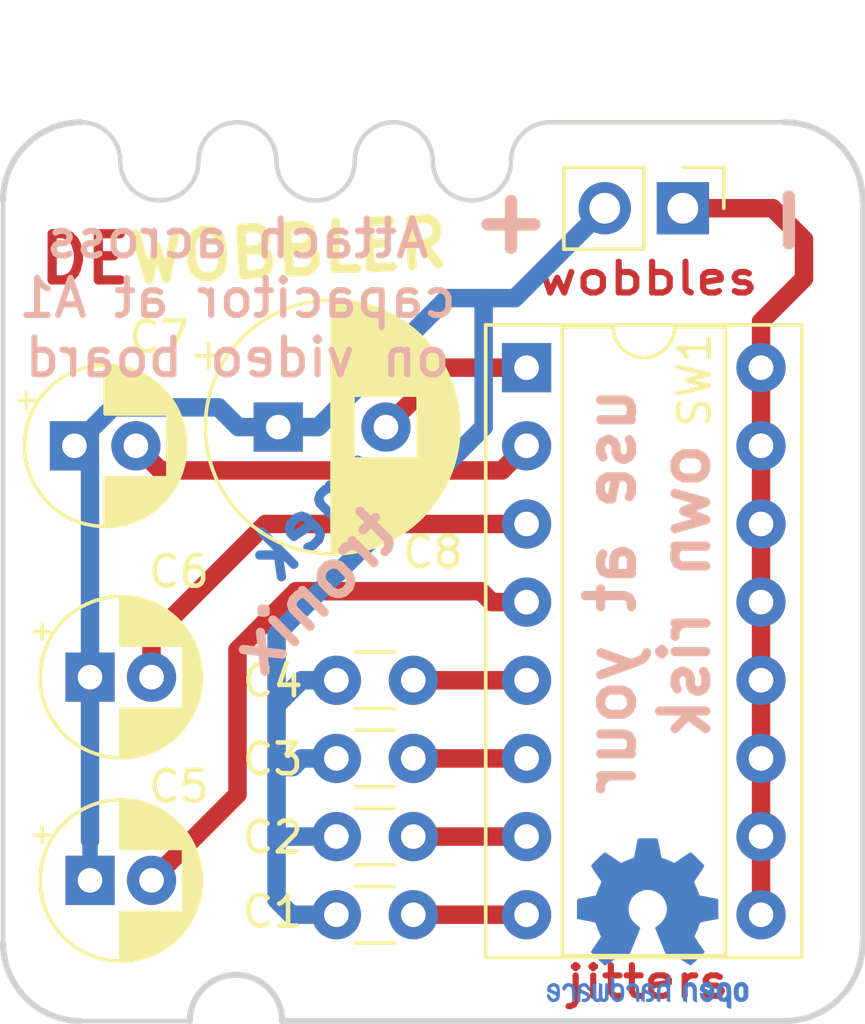
<source format=kicad_pcb>
(kicad_pcb (version 20171130) (host pcbnew "(5.0.1-3-g963ef8bb5)")

  (general
    (thickness 1.6)
    (drawings 39)
    (tracks 51)
    (zones 0)
    (modules 11)
    (nets 11)
  )

  (page A4)
  (layers
    (0 F.Cu signal)
    (31 B.Cu signal)
    (32 B.Adhes user)
    (33 F.Adhes user)
    (34 B.Paste user)
    (35 F.Paste user)
    (36 B.SilkS user)
    (37 F.SilkS user)
    (38 B.Mask user)
    (39 F.Mask user)
    (40 Dwgs.User user)
    (41 Cmts.User user)
    (42 Eco1.User user)
    (43 Eco2.User user)
    (44 Edge.Cuts user)
    (45 Margin user)
    (46 B.CrtYd user)
    (47 F.CrtYd user)
    (48 B.Fab user)
    (49 F.Fab user)
  )

  (setup
    (last_trace_width 0.25)
    (trace_clearance 0.2)
    (zone_clearance 0.508)
    (zone_45_only no)
    (trace_min 0.2)
    (segment_width 0.2)
    (edge_width 0.2)
    (via_size 0.8)
    (via_drill 0.4)
    (via_min_size 0.4)
    (via_min_drill 0.3)
    (uvia_size 0.3)
    (uvia_drill 0.1)
    (uvias_allowed no)
    (uvia_min_size 0.2)
    (uvia_min_drill 0.1)
    (pcb_text_width 0.3)
    (pcb_text_size 1.5 1.5)
    (mod_edge_width 0.15)
    (mod_text_size 1 1)
    (mod_text_width 0.15)
    (pad_size 1.524 1.524)
    (pad_drill 0.762)
    (pad_to_mask_clearance 0.051)
    (solder_mask_min_width 0.25)
    (aux_axis_origin 0 0)
    (visible_elements FFFFFF7F)
    (pcbplotparams
      (layerselection 0x010fc_ffffffff)
      (usegerberextensions false)
      (usegerberattributes false)
      (usegerberadvancedattributes false)
      (creategerberjobfile false)
      (excludeedgelayer true)
      (linewidth 0.100000)
      (plotframeref false)
      (viasonmask false)
      (mode 1)
      (useauxorigin false)
      (hpglpennumber 1)
      (hpglpenspeed 20)
      (hpglpendiameter 15.000000)
      (psnegative false)
      (psa4output false)
      (plotreference true)
      (plotvalue true)
      (plotinvisibletext false)
      (padsonsilk false)
      (subtractmaskfromsilk false)
      (outputformat 1)
      (mirror false)
      (drillshape 1)
      (scaleselection 1)
      (outputdirectory ""))
  )

  (net 0 "")
  (net 1 "Net-(C1-Pad1)")
  (net 2 "Net-(C1-Pad2)")
  (net 3 "Net-(C2-Pad2)")
  (net 4 "Net-(C3-Pad2)")
  (net 5 "Net-(C4-Pad2)")
  (net 6 "Net-(C5-Pad2)")
  (net 7 "Net-(C6-Pad2)")
  (net 8 "Net-(C7-Pad2)")
  (net 9 "Net-(C8-Pad2)")
  (net 10 "Net-(J1-Pad1)")

  (net_class Default "This is the default net class."
    (clearance 0.2)
    (trace_width 0.25)
    (via_dia 0.8)
    (via_drill 0.4)
    (uvia_dia 0.3)
    (uvia_drill 0.1)
    (add_net "Net-(C1-Pad1)")
    (add_net "Net-(C1-Pad2)")
    (add_net "Net-(C2-Pad2)")
    (add_net "Net-(C3-Pad2)")
    (add_net "Net-(C4-Pad2)")
    (add_net "Net-(C5-Pad2)")
    (add_net "Net-(C6-Pad2)")
    (add_net "Net-(C7-Pad2)")
    (add_net "Net-(C8-Pad2)")
    (add_net "Net-(J1-Pad1)")
  )

  (module Capacitor_THT:CP_Radial_D5.0mm_P2.00mm (layer F.Cu) (tedit 5AE50EF0) (tstamp 5CC01C64)
    (at 141.256 61.468)
    (descr "CP, Radial series, Radial, pin pitch=2.00mm, , diameter=5mm, Electrolytic Capacitor")
    (tags "CP Radial series Radial pin pitch 2.00mm  diameter 5mm Electrolytic Capacitor")
    (path /5CB462C1)
    (fp_text reference C5 (at 2.889 -3.048) (layer F.SilkS)
      (effects (font (size 1 1) (thickness 0.15)))
    )
    (fp_text value "47 uF" (at 1 3.75) (layer F.Fab)
      (effects (font (size 1 1) (thickness 0.15)))
    )
    (fp_circle (center 1 0) (end 3.5 0) (layer F.Fab) (width 0.1))
    (fp_circle (center 1 0) (end 3.62 0) (layer F.SilkS) (width 0.12))
    (fp_circle (center 1 0) (end 3.75 0) (layer F.CrtYd) (width 0.05))
    (fp_line (start -1.133605 -1.0875) (end -0.633605 -1.0875) (layer F.Fab) (width 0.1))
    (fp_line (start -0.883605 -1.3375) (end -0.883605 -0.8375) (layer F.Fab) (width 0.1))
    (fp_line (start 1 1.04) (end 1 2.58) (layer F.SilkS) (width 0.12))
    (fp_line (start 1 -2.58) (end 1 -1.04) (layer F.SilkS) (width 0.12))
    (fp_line (start 1.04 1.04) (end 1.04 2.58) (layer F.SilkS) (width 0.12))
    (fp_line (start 1.04 -2.58) (end 1.04 -1.04) (layer F.SilkS) (width 0.12))
    (fp_line (start 1.08 -2.579) (end 1.08 -1.04) (layer F.SilkS) (width 0.12))
    (fp_line (start 1.08 1.04) (end 1.08 2.579) (layer F.SilkS) (width 0.12))
    (fp_line (start 1.12 -2.578) (end 1.12 -1.04) (layer F.SilkS) (width 0.12))
    (fp_line (start 1.12 1.04) (end 1.12 2.578) (layer F.SilkS) (width 0.12))
    (fp_line (start 1.16 -2.576) (end 1.16 -1.04) (layer F.SilkS) (width 0.12))
    (fp_line (start 1.16 1.04) (end 1.16 2.576) (layer F.SilkS) (width 0.12))
    (fp_line (start 1.2 -2.573) (end 1.2 -1.04) (layer F.SilkS) (width 0.12))
    (fp_line (start 1.2 1.04) (end 1.2 2.573) (layer F.SilkS) (width 0.12))
    (fp_line (start 1.24 -2.569) (end 1.24 -1.04) (layer F.SilkS) (width 0.12))
    (fp_line (start 1.24 1.04) (end 1.24 2.569) (layer F.SilkS) (width 0.12))
    (fp_line (start 1.28 -2.565) (end 1.28 -1.04) (layer F.SilkS) (width 0.12))
    (fp_line (start 1.28 1.04) (end 1.28 2.565) (layer F.SilkS) (width 0.12))
    (fp_line (start 1.32 -2.561) (end 1.32 -1.04) (layer F.SilkS) (width 0.12))
    (fp_line (start 1.32 1.04) (end 1.32 2.561) (layer F.SilkS) (width 0.12))
    (fp_line (start 1.36 -2.556) (end 1.36 -1.04) (layer F.SilkS) (width 0.12))
    (fp_line (start 1.36 1.04) (end 1.36 2.556) (layer F.SilkS) (width 0.12))
    (fp_line (start 1.4 -2.55) (end 1.4 -1.04) (layer F.SilkS) (width 0.12))
    (fp_line (start 1.4 1.04) (end 1.4 2.55) (layer F.SilkS) (width 0.12))
    (fp_line (start 1.44 -2.543) (end 1.44 -1.04) (layer F.SilkS) (width 0.12))
    (fp_line (start 1.44 1.04) (end 1.44 2.543) (layer F.SilkS) (width 0.12))
    (fp_line (start 1.48 -2.536) (end 1.48 -1.04) (layer F.SilkS) (width 0.12))
    (fp_line (start 1.48 1.04) (end 1.48 2.536) (layer F.SilkS) (width 0.12))
    (fp_line (start 1.52 -2.528) (end 1.52 -1.04) (layer F.SilkS) (width 0.12))
    (fp_line (start 1.52 1.04) (end 1.52 2.528) (layer F.SilkS) (width 0.12))
    (fp_line (start 1.56 -2.52) (end 1.56 -1.04) (layer F.SilkS) (width 0.12))
    (fp_line (start 1.56 1.04) (end 1.56 2.52) (layer F.SilkS) (width 0.12))
    (fp_line (start 1.6 -2.511) (end 1.6 -1.04) (layer F.SilkS) (width 0.12))
    (fp_line (start 1.6 1.04) (end 1.6 2.511) (layer F.SilkS) (width 0.12))
    (fp_line (start 1.64 -2.501) (end 1.64 -1.04) (layer F.SilkS) (width 0.12))
    (fp_line (start 1.64 1.04) (end 1.64 2.501) (layer F.SilkS) (width 0.12))
    (fp_line (start 1.68 -2.491) (end 1.68 -1.04) (layer F.SilkS) (width 0.12))
    (fp_line (start 1.68 1.04) (end 1.68 2.491) (layer F.SilkS) (width 0.12))
    (fp_line (start 1.721 -2.48) (end 1.721 -1.04) (layer F.SilkS) (width 0.12))
    (fp_line (start 1.721 1.04) (end 1.721 2.48) (layer F.SilkS) (width 0.12))
    (fp_line (start 1.761 -2.468) (end 1.761 -1.04) (layer F.SilkS) (width 0.12))
    (fp_line (start 1.761 1.04) (end 1.761 2.468) (layer F.SilkS) (width 0.12))
    (fp_line (start 1.801 -2.455) (end 1.801 -1.04) (layer F.SilkS) (width 0.12))
    (fp_line (start 1.801 1.04) (end 1.801 2.455) (layer F.SilkS) (width 0.12))
    (fp_line (start 1.841 -2.442) (end 1.841 -1.04) (layer F.SilkS) (width 0.12))
    (fp_line (start 1.841 1.04) (end 1.841 2.442) (layer F.SilkS) (width 0.12))
    (fp_line (start 1.881 -2.428) (end 1.881 -1.04) (layer F.SilkS) (width 0.12))
    (fp_line (start 1.881 1.04) (end 1.881 2.428) (layer F.SilkS) (width 0.12))
    (fp_line (start 1.921 -2.414) (end 1.921 -1.04) (layer F.SilkS) (width 0.12))
    (fp_line (start 1.921 1.04) (end 1.921 2.414) (layer F.SilkS) (width 0.12))
    (fp_line (start 1.961 -2.398) (end 1.961 -1.04) (layer F.SilkS) (width 0.12))
    (fp_line (start 1.961 1.04) (end 1.961 2.398) (layer F.SilkS) (width 0.12))
    (fp_line (start 2.001 -2.382) (end 2.001 -1.04) (layer F.SilkS) (width 0.12))
    (fp_line (start 2.001 1.04) (end 2.001 2.382) (layer F.SilkS) (width 0.12))
    (fp_line (start 2.041 -2.365) (end 2.041 -1.04) (layer F.SilkS) (width 0.12))
    (fp_line (start 2.041 1.04) (end 2.041 2.365) (layer F.SilkS) (width 0.12))
    (fp_line (start 2.081 -2.348) (end 2.081 -1.04) (layer F.SilkS) (width 0.12))
    (fp_line (start 2.081 1.04) (end 2.081 2.348) (layer F.SilkS) (width 0.12))
    (fp_line (start 2.121 -2.329) (end 2.121 -1.04) (layer F.SilkS) (width 0.12))
    (fp_line (start 2.121 1.04) (end 2.121 2.329) (layer F.SilkS) (width 0.12))
    (fp_line (start 2.161 -2.31) (end 2.161 -1.04) (layer F.SilkS) (width 0.12))
    (fp_line (start 2.161 1.04) (end 2.161 2.31) (layer F.SilkS) (width 0.12))
    (fp_line (start 2.201 -2.29) (end 2.201 -1.04) (layer F.SilkS) (width 0.12))
    (fp_line (start 2.201 1.04) (end 2.201 2.29) (layer F.SilkS) (width 0.12))
    (fp_line (start 2.241 -2.268) (end 2.241 -1.04) (layer F.SilkS) (width 0.12))
    (fp_line (start 2.241 1.04) (end 2.241 2.268) (layer F.SilkS) (width 0.12))
    (fp_line (start 2.281 -2.247) (end 2.281 -1.04) (layer F.SilkS) (width 0.12))
    (fp_line (start 2.281 1.04) (end 2.281 2.247) (layer F.SilkS) (width 0.12))
    (fp_line (start 2.321 -2.224) (end 2.321 -1.04) (layer F.SilkS) (width 0.12))
    (fp_line (start 2.321 1.04) (end 2.321 2.224) (layer F.SilkS) (width 0.12))
    (fp_line (start 2.361 -2.2) (end 2.361 -1.04) (layer F.SilkS) (width 0.12))
    (fp_line (start 2.361 1.04) (end 2.361 2.2) (layer F.SilkS) (width 0.12))
    (fp_line (start 2.401 -2.175) (end 2.401 -1.04) (layer F.SilkS) (width 0.12))
    (fp_line (start 2.401 1.04) (end 2.401 2.175) (layer F.SilkS) (width 0.12))
    (fp_line (start 2.441 -2.149) (end 2.441 -1.04) (layer F.SilkS) (width 0.12))
    (fp_line (start 2.441 1.04) (end 2.441 2.149) (layer F.SilkS) (width 0.12))
    (fp_line (start 2.481 -2.122) (end 2.481 -1.04) (layer F.SilkS) (width 0.12))
    (fp_line (start 2.481 1.04) (end 2.481 2.122) (layer F.SilkS) (width 0.12))
    (fp_line (start 2.521 -2.095) (end 2.521 -1.04) (layer F.SilkS) (width 0.12))
    (fp_line (start 2.521 1.04) (end 2.521 2.095) (layer F.SilkS) (width 0.12))
    (fp_line (start 2.561 -2.065) (end 2.561 -1.04) (layer F.SilkS) (width 0.12))
    (fp_line (start 2.561 1.04) (end 2.561 2.065) (layer F.SilkS) (width 0.12))
    (fp_line (start 2.601 -2.035) (end 2.601 -1.04) (layer F.SilkS) (width 0.12))
    (fp_line (start 2.601 1.04) (end 2.601 2.035) (layer F.SilkS) (width 0.12))
    (fp_line (start 2.641 -2.004) (end 2.641 -1.04) (layer F.SilkS) (width 0.12))
    (fp_line (start 2.641 1.04) (end 2.641 2.004) (layer F.SilkS) (width 0.12))
    (fp_line (start 2.681 -1.971) (end 2.681 -1.04) (layer F.SilkS) (width 0.12))
    (fp_line (start 2.681 1.04) (end 2.681 1.971) (layer F.SilkS) (width 0.12))
    (fp_line (start 2.721 -1.937) (end 2.721 -1.04) (layer F.SilkS) (width 0.12))
    (fp_line (start 2.721 1.04) (end 2.721 1.937) (layer F.SilkS) (width 0.12))
    (fp_line (start 2.761 -1.901) (end 2.761 -1.04) (layer F.SilkS) (width 0.12))
    (fp_line (start 2.761 1.04) (end 2.761 1.901) (layer F.SilkS) (width 0.12))
    (fp_line (start 2.801 -1.864) (end 2.801 -1.04) (layer F.SilkS) (width 0.12))
    (fp_line (start 2.801 1.04) (end 2.801 1.864) (layer F.SilkS) (width 0.12))
    (fp_line (start 2.841 -1.826) (end 2.841 -1.04) (layer F.SilkS) (width 0.12))
    (fp_line (start 2.841 1.04) (end 2.841 1.826) (layer F.SilkS) (width 0.12))
    (fp_line (start 2.881 -1.785) (end 2.881 -1.04) (layer F.SilkS) (width 0.12))
    (fp_line (start 2.881 1.04) (end 2.881 1.785) (layer F.SilkS) (width 0.12))
    (fp_line (start 2.921 -1.743) (end 2.921 -1.04) (layer F.SilkS) (width 0.12))
    (fp_line (start 2.921 1.04) (end 2.921 1.743) (layer F.SilkS) (width 0.12))
    (fp_line (start 2.961 -1.699) (end 2.961 -1.04) (layer F.SilkS) (width 0.12))
    (fp_line (start 2.961 1.04) (end 2.961 1.699) (layer F.SilkS) (width 0.12))
    (fp_line (start 3.001 -1.653) (end 3.001 -1.04) (layer F.SilkS) (width 0.12))
    (fp_line (start 3.001 1.04) (end 3.001 1.653) (layer F.SilkS) (width 0.12))
    (fp_line (start 3.041 -1.605) (end 3.041 1.605) (layer F.SilkS) (width 0.12))
    (fp_line (start 3.081 -1.554) (end 3.081 1.554) (layer F.SilkS) (width 0.12))
    (fp_line (start 3.121 -1.5) (end 3.121 1.5) (layer F.SilkS) (width 0.12))
    (fp_line (start 3.161 -1.443) (end 3.161 1.443) (layer F.SilkS) (width 0.12))
    (fp_line (start 3.201 -1.383) (end 3.201 1.383) (layer F.SilkS) (width 0.12))
    (fp_line (start 3.241 -1.319) (end 3.241 1.319) (layer F.SilkS) (width 0.12))
    (fp_line (start 3.281 -1.251) (end 3.281 1.251) (layer F.SilkS) (width 0.12))
    (fp_line (start 3.321 -1.178) (end 3.321 1.178) (layer F.SilkS) (width 0.12))
    (fp_line (start 3.361 -1.098) (end 3.361 1.098) (layer F.SilkS) (width 0.12))
    (fp_line (start 3.401 -1.011) (end 3.401 1.011) (layer F.SilkS) (width 0.12))
    (fp_line (start 3.441 -0.915) (end 3.441 0.915) (layer F.SilkS) (width 0.12))
    (fp_line (start 3.481 -0.805) (end 3.481 0.805) (layer F.SilkS) (width 0.12))
    (fp_line (start 3.521 -0.677) (end 3.521 0.677) (layer F.SilkS) (width 0.12))
    (fp_line (start 3.561 -0.518) (end 3.561 0.518) (layer F.SilkS) (width 0.12))
    (fp_line (start 3.601 -0.284) (end 3.601 0.284) (layer F.SilkS) (width 0.12))
    (fp_line (start -1.804775 -1.475) (end -1.304775 -1.475) (layer F.SilkS) (width 0.12))
    (fp_line (start -1.554775 -1.725) (end -1.554775 -1.225) (layer F.SilkS) (width 0.12))
    (fp_text user %R (at 1 0) (layer F.Fab)
      (effects (font (size 1 1) (thickness 0.15)))
    )
    (pad 1 thru_hole rect (at 0 0) (size 1.6 1.6) (drill 0.8) (layers *.Cu *.Mask)
      (net 1 "Net-(C1-Pad1)"))
    (pad 2 thru_hole circle (at 2 0) (size 1.6 1.6) (drill 0.8) (layers *.Cu *.Mask)
      (net 6 "Net-(C5-Pad2)"))
    (model ${KISYS3DMOD}/Capacitor_THT.3dshapes/CP_Radial_D5.0mm_P2.00mm.wrl
      (at (xyz 0 0 0))
      (scale (xyz 1 1 1))
      (rotate (xyz 0 0 0))
    )
  )

  (module Capacitor_THT:CP_Radial_D5.0mm_P2.00mm (layer F.Cu) (tedit 5AE50EF0) (tstamp 5CC01CE7)
    (at 141.256 54.864)
    (descr "CP, Radial series, Radial, pin pitch=2.00mm, , diameter=5mm, Electrolytic Capacitor")
    (tags "CP Radial series Radial pin pitch 2.00mm  diameter 5mm Electrolytic Capacitor")
    (path /5CB4643C)
    (fp_text reference C6 (at 2.889 -3.429) (layer F.SilkS)
      (effects (font (size 1 1) (thickness 0.15)))
    )
    (fp_text value "150 uF" (at 1 3.75) (layer F.Fab)
      (effects (font (size 1 1) (thickness 0.15)))
    )
    (fp_text user %R (at 1 0) (layer F.Fab)
      (effects (font (size 1 1) (thickness 0.15)))
    )
    (fp_line (start -1.554775 -1.725) (end -1.554775 -1.225) (layer F.SilkS) (width 0.12))
    (fp_line (start -1.804775 -1.475) (end -1.304775 -1.475) (layer F.SilkS) (width 0.12))
    (fp_line (start 3.601 -0.284) (end 3.601 0.284) (layer F.SilkS) (width 0.12))
    (fp_line (start 3.561 -0.518) (end 3.561 0.518) (layer F.SilkS) (width 0.12))
    (fp_line (start 3.521 -0.677) (end 3.521 0.677) (layer F.SilkS) (width 0.12))
    (fp_line (start 3.481 -0.805) (end 3.481 0.805) (layer F.SilkS) (width 0.12))
    (fp_line (start 3.441 -0.915) (end 3.441 0.915) (layer F.SilkS) (width 0.12))
    (fp_line (start 3.401 -1.011) (end 3.401 1.011) (layer F.SilkS) (width 0.12))
    (fp_line (start 3.361 -1.098) (end 3.361 1.098) (layer F.SilkS) (width 0.12))
    (fp_line (start 3.321 -1.178) (end 3.321 1.178) (layer F.SilkS) (width 0.12))
    (fp_line (start 3.281 -1.251) (end 3.281 1.251) (layer F.SilkS) (width 0.12))
    (fp_line (start 3.241 -1.319) (end 3.241 1.319) (layer F.SilkS) (width 0.12))
    (fp_line (start 3.201 -1.383) (end 3.201 1.383) (layer F.SilkS) (width 0.12))
    (fp_line (start 3.161 -1.443) (end 3.161 1.443) (layer F.SilkS) (width 0.12))
    (fp_line (start 3.121 -1.5) (end 3.121 1.5) (layer F.SilkS) (width 0.12))
    (fp_line (start 3.081 -1.554) (end 3.081 1.554) (layer F.SilkS) (width 0.12))
    (fp_line (start 3.041 -1.605) (end 3.041 1.605) (layer F.SilkS) (width 0.12))
    (fp_line (start 3.001 1.04) (end 3.001 1.653) (layer F.SilkS) (width 0.12))
    (fp_line (start 3.001 -1.653) (end 3.001 -1.04) (layer F.SilkS) (width 0.12))
    (fp_line (start 2.961 1.04) (end 2.961 1.699) (layer F.SilkS) (width 0.12))
    (fp_line (start 2.961 -1.699) (end 2.961 -1.04) (layer F.SilkS) (width 0.12))
    (fp_line (start 2.921 1.04) (end 2.921 1.743) (layer F.SilkS) (width 0.12))
    (fp_line (start 2.921 -1.743) (end 2.921 -1.04) (layer F.SilkS) (width 0.12))
    (fp_line (start 2.881 1.04) (end 2.881 1.785) (layer F.SilkS) (width 0.12))
    (fp_line (start 2.881 -1.785) (end 2.881 -1.04) (layer F.SilkS) (width 0.12))
    (fp_line (start 2.841 1.04) (end 2.841 1.826) (layer F.SilkS) (width 0.12))
    (fp_line (start 2.841 -1.826) (end 2.841 -1.04) (layer F.SilkS) (width 0.12))
    (fp_line (start 2.801 1.04) (end 2.801 1.864) (layer F.SilkS) (width 0.12))
    (fp_line (start 2.801 -1.864) (end 2.801 -1.04) (layer F.SilkS) (width 0.12))
    (fp_line (start 2.761 1.04) (end 2.761 1.901) (layer F.SilkS) (width 0.12))
    (fp_line (start 2.761 -1.901) (end 2.761 -1.04) (layer F.SilkS) (width 0.12))
    (fp_line (start 2.721 1.04) (end 2.721 1.937) (layer F.SilkS) (width 0.12))
    (fp_line (start 2.721 -1.937) (end 2.721 -1.04) (layer F.SilkS) (width 0.12))
    (fp_line (start 2.681 1.04) (end 2.681 1.971) (layer F.SilkS) (width 0.12))
    (fp_line (start 2.681 -1.971) (end 2.681 -1.04) (layer F.SilkS) (width 0.12))
    (fp_line (start 2.641 1.04) (end 2.641 2.004) (layer F.SilkS) (width 0.12))
    (fp_line (start 2.641 -2.004) (end 2.641 -1.04) (layer F.SilkS) (width 0.12))
    (fp_line (start 2.601 1.04) (end 2.601 2.035) (layer F.SilkS) (width 0.12))
    (fp_line (start 2.601 -2.035) (end 2.601 -1.04) (layer F.SilkS) (width 0.12))
    (fp_line (start 2.561 1.04) (end 2.561 2.065) (layer F.SilkS) (width 0.12))
    (fp_line (start 2.561 -2.065) (end 2.561 -1.04) (layer F.SilkS) (width 0.12))
    (fp_line (start 2.521 1.04) (end 2.521 2.095) (layer F.SilkS) (width 0.12))
    (fp_line (start 2.521 -2.095) (end 2.521 -1.04) (layer F.SilkS) (width 0.12))
    (fp_line (start 2.481 1.04) (end 2.481 2.122) (layer F.SilkS) (width 0.12))
    (fp_line (start 2.481 -2.122) (end 2.481 -1.04) (layer F.SilkS) (width 0.12))
    (fp_line (start 2.441 1.04) (end 2.441 2.149) (layer F.SilkS) (width 0.12))
    (fp_line (start 2.441 -2.149) (end 2.441 -1.04) (layer F.SilkS) (width 0.12))
    (fp_line (start 2.401 1.04) (end 2.401 2.175) (layer F.SilkS) (width 0.12))
    (fp_line (start 2.401 -2.175) (end 2.401 -1.04) (layer F.SilkS) (width 0.12))
    (fp_line (start 2.361 1.04) (end 2.361 2.2) (layer F.SilkS) (width 0.12))
    (fp_line (start 2.361 -2.2) (end 2.361 -1.04) (layer F.SilkS) (width 0.12))
    (fp_line (start 2.321 1.04) (end 2.321 2.224) (layer F.SilkS) (width 0.12))
    (fp_line (start 2.321 -2.224) (end 2.321 -1.04) (layer F.SilkS) (width 0.12))
    (fp_line (start 2.281 1.04) (end 2.281 2.247) (layer F.SilkS) (width 0.12))
    (fp_line (start 2.281 -2.247) (end 2.281 -1.04) (layer F.SilkS) (width 0.12))
    (fp_line (start 2.241 1.04) (end 2.241 2.268) (layer F.SilkS) (width 0.12))
    (fp_line (start 2.241 -2.268) (end 2.241 -1.04) (layer F.SilkS) (width 0.12))
    (fp_line (start 2.201 1.04) (end 2.201 2.29) (layer F.SilkS) (width 0.12))
    (fp_line (start 2.201 -2.29) (end 2.201 -1.04) (layer F.SilkS) (width 0.12))
    (fp_line (start 2.161 1.04) (end 2.161 2.31) (layer F.SilkS) (width 0.12))
    (fp_line (start 2.161 -2.31) (end 2.161 -1.04) (layer F.SilkS) (width 0.12))
    (fp_line (start 2.121 1.04) (end 2.121 2.329) (layer F.SilkS) (width 0.12))
    (fp_line (start 2.121 -2.329) (end 2.121 -1.04) (layer F.SilkS) (width 0.12))
    (fp_line (start 2.081 1.04) (end 2.081 2.348) (layer F.SilkS) (width 0.12))
    (fp_line (start 2.081 -2.348) (end 2.081 -1.04) (layer F.SilkS) (width 0.12))
    (fp_line (start 2.041 1.04) (end 2.041 2.365) (layer F.SilkS) (width 0.12))
    (fp_line (start 2.041 -2.365) (end 2.041 -1.04) (layer F.SilkS) (width 0.12))
    (fp_line (start 2.001 1.04) (end 2.001 2.382) (layer F.SilkS) (width 0.12))
    (fp_line (start 2.001 -2.382) (end 2.001 -1.04) (layer F.SilkS) (width 0.12))
    (fp_line (start 1.961 1.04) (end 1.961 2.398) (layer F.SilkS) (width 0.12))
    (fp_line (start 1.961 -2.398) (end 1.961 -1.04) (layer F.SilkS) (width 0.12))
    (fp_line (start 1.921 1.04) (end 1.921 2.414) (layer F.SilkS) (width 0.12))
    (fp_line (start 1.921 -2.414) (end 1.921 -1.04) (layer F.SilkS) (width 0.12))
    (fp_line (start 1.881 1.04) (end 1.881 2.428) (layer F.SilkS) (width 0.12))
    (fp_line (start 1.881 -2.428) (end 1.881 -1.04) (layer F.SilkS) (width 0.12))
    (fp_line (start 1.841 1.04) (end 1.841 2.442) (layer F.SilkS) (width 0.12))
    (fp_line (start 1.841 -2.442) (end 1.841 -1.04) (layer F.SilkS) (width 0.12))
    (fp_line (start 1.801 1.04) (end 1.801 2.455) (layer F.SilkS) (width 0.12))
    (fp_line (start 1.801 -2.455) (end 1.801 -1.04) (layer F.SilkS) (width 0.12))
    (fp_line (start 1.761 1.04) (end 1.761 2.468) (layer F.SilkS) (width 0.12))
    (fp_line (start 1.761 -2.468) (end 1.761 -1.04) (layer F.SilkS) (width 0.12))
    (fp_line (start 1.721 1.04) (end 1.721 2.48) (layer F.SilkS) (width 0.12))
    (fp_line (start 1.721 -2.48) (end 1.721 -1.04) (layer F.SilkS) (width 0.12))
    (fp_line (start 1.68 1.04) (end 1.68 2.491) (layer F.SilkS) (width 0.12))
    (fp_line (start 1.68 -2.491) (end 1.68 -1.04) (layer F.SilkS) (width 0.12))
    (fp_line (start 1.64 1.04) (end 1.64 2.501) (layer F.SilkS) (width 0.12))
    (fp_line (start 1.64 -2.501) (end 1.64 -1.04) (layer F.SilkS) (width 0.12))
    (fp_line (start 1.6 1.04) (end 1.6 2.511) (layer F.SilkS) (width 0.12))
    (fp_line (start 1.6 -2.511) (end 1.6 -1.04) (layer F.SilkS) (width 0.12))
    (fp_line (start 1.56 1.04) (end 1.56 2.52) (layer F.SilkS) (width 0.12))
    (fp_line (start 1.56 -2.52) (end 1.56 -1.04) (layer F.SilkS) (width 0.12))
    (fp_line (start 1.52 1.04) (end 1.52 2.528) (layer F.SilkS) (width 0.12))
    (fp_line (start 1.52 -2.528) (end 1.52 -1.04) (layer F.SilkS) (width 0.12))
    (fp_line (start 1.48 1.04) (end 1.48 2.536) (layer F.SilkS) (width 0.12))
    (fp_line (start 1.48 -2.536) (end 1.48 -1.04) (layer F.SilkS) (width 0.12))
    (fp_line (start 1.44 1.04) (end 1.44 2.543) (layer F.SilkS) (width 0.12))
    (fp_line (start 1.44 -2.543) (end 1.44 -1.04) (layer F.SilkS) (width 0.12))
    (fp_line (start 1.4 1.04) (end 1.4 2.55) (layer F.SilkS) (width 0.12))
    (fp_line (start 1.4 -2.55) (end 1.4 -1.04) (layer F.SilkS) (width 0.12))
    (fp_line (start 1.36 1.04) (end 1.36 2.556) (layer F.SilkS) (width 0.12))
    (fp_line (start 1.36 -2.556) (end 1.36 -1.04) (layer F.SilkS) (width 0.12))
    (fp_line (start 1.32 1.04) (end 1.32 2.561) (layer F.SilkS) (width 0.12))
    (fp_line (start 1.32 -2.561) (end 1.32 -1.04) (layer F.SilkS) (width 0.12))
    (fp_line (start 1.28 1.04) (end 1.28 2.565) (layer F.SilkS) (width 0.12))
    (fp_line (start 1.28 -2.565) (end 1.28 -1.04) (layer F.SilkS) (width 0.12))
    (fp_line (start 1.24 1.04) (end 1.24 2.569) (layer F.SilkS) (width 0.12))
    (fp_line (start 1.24 -2.569) (end 1.24 -1.04) (layer F.SilkS) (width 0.12))
    (fp_line (start 1.2 1.04) (end 1.2 2.573) (layer F.SilkS) (width 0.12))
    (fp_line (start 1.2 -2.573) (end 1.2 -1.04) (layer F.SilkS) (width 0.12))
    (fp_line (start 1.16 1.04) (end 1.16 2.576) (layer F.SilkS) (width 0.12))
    (fp_line (start 1.16 -2.576) (end 1.16 -1.04) (layer F.SilkS) (width 0.12))
    (fp_line (start 1.12 1.04) (end 1.12 2.578) (layer F.SilkS) (width 0.12))
    (fp_line (start 1.12 -2.578) (end 1.12 -1.04) (layer F.SilkS) (width 0.12))
    (fp_line (start 1.08 1.04) (end 1.08 2.579) (layer F.SilkS) (width 0.12))
    (fp_line (start 1.08 -2.579) (end 1.08 -1.04) (layer F.SilkS) (width 0.12))
    (fp_line (start 1.04 -2.58) (end 1.04 -1.04) (layer F.SilkS) (width 0.12))
    (fp_line (start 1.04 1.04) (end 1.04 2.58) (layer F.SilkS) (width 0.12))
    (fp_line (start 1 -2.58) (end 1 -1.04) (layer F.SilkS) (width 0.12))
    (fp_line (start 1 1.04) (end 1 2.58) (layer F.SilkS) (width 0.12))
    (fp_line (start -0.883605 -1.3375) (end -0.883605 -0.8375) (layer F.Fab) (width 0.1))
    (fp_line (start -1.133605 -1.0875) (end -0.633605 -1.0875) (layer F.Fab) (width 0.1))
    (fp_circle (center 1 0) (end 3.75 0) (layer F.CrtYd) (width 0.05))
    (fp_circle (center 1 0) (end 3.62 0) (layer F.SilkS) (width 0.12))
    (fp_circle (center 1 0) (end 3.5 0) (layer F.Fab) (width 0.1))
    (pad 2 thru_hole circle (at 2 0) (size 1.6 1.6) (drill 0.8) (layers *.Cu *.Mask)
      (net 7 "Net-(C6-Pad2)"))
    (pad 1 thru_hole rect (at 0 0) (size 1.6 1.6) (drill 0.8) (layers *.Cu *.Mask)
      (net 1 "Net-(C1-Pad1)"))
    (model ${KISYS3DMOD}/Capacitor_THT.3dshapes/CP_Radial_D5.0mm_P2.00mm.wrl
      (at (xyz 0 0 0))
      (scale (xyz 1 1 1))
      (rotate (xyz 0 0 0))
    )
  )

  (module Capacitor_THT:CP_Radial_D5.0mm_P2.00mm (layer F.Cu) (tedit 5AE50EF0) (tstamp 5CC01D6A)
    (at 140.748 47.345001)
    (descr "CP, Radial series, Radial, pin pitch=2.00mm, , diameter=5mm, Electrolytic Capacitor")
    (tags "CP Radial series Radial pin pitch 2.00mm  diameter 5mm Electrolytic Capacitor")
    (path /5CB464B4)
    (fp_text reference C7 (at 2.762 -3.530001) (layer F.SilkS)
      (effects (font (size 1 1) (thickness 0.15)))
    )
    (fp_text value "220 uF" (at 1 3.75) (layer F.Fab)
      (effects (font (size 1 1) (thickness 0.15)))
    )
    (fp_circle (center 1 0) (end 3.5 0) (layer F.Fab) (width 0.1))
    (fp_circle (center 1 0) (end 3.62 0) (layer F.SilkS) (width 0.12))
    (fp_circle (center 1 0) (end 3.75 0) (layer F.CrtYd) (width 0.05))
    (fp_line (start -1.133605 -1.0875) (end -0.633605 -1.0875) (layer F.Fab) (width 0.1))
    (fp_line (start -0.883605 -1.3375) (end -0.883605 -0.8375) (layer F.Fab) (width 0.1))
    (fp_line (start 1 1.04) (end 1 2.58) (layer F.SilkS) (width 0.12))
    (fp_line (start 1 -2.58) (end 1 -1.04) (layer F.SilkS) (width 0.12))
    (fp_line (start 1.04 1.04) (end 1.04 2.58) (layer F.SilkS) (width 0.12))
    (fp_line (start 1.04 -2.58) (end 1.04 -1.04) (layer F.SilkS) (width 0.12))
    (fp_line (start 1.08 -2.579) (end 1.08 -1.04) (layer F.SilkS) (width 0.12))
    (fp_line (start 1.08 1.04) (end 1.08 2.579) (layer F.SilkS) (width 0.12))
    (fp_line (start 1.12 -2.578) (end 1.12 -1.04) (layer F.SilkS) (width 0.12))
    (fp_line (start 1.12 1.04) (end 1.12 2.578) (layer F.SilkS) (width 0.12))
    (fp_line (start 1.16 -2.576) (end 1.16 -1.04) (layer F.SilkS) (width 0.12))
    (fp_line (start 1.16 1.04) (end 1.16 2.576) (layer F.SilkS) (width 0.12))
    (fp_line (start 1.2 -2.573) (end 1.2 -1.04) (layer F.SilkS) (width 0.12))
    (fp_line (start 1.2 1.04) (end 1.2 2.573) (layer F.SilkS) (width 0.12))
    (fp_line (start 1.24 -2.569) (end 1.24 -1.04) (layer F.SilkS) (width 0.12))
    (fp_line (start 1.24 1.04) (end 1.24 2.569) (layer F.SilkS) (width 0.12))
    (fp_line (start 1.28 -2.565) (end 1.28 -1.04) (layer F.SilkS) (width 0.12))
    (fp_line (start 1.28 1.04) (end 1.28 2.565) (layer F.SilkS) (width 0.12))
    (fp_line (start 1.32 -2.561) (end 1.32 -1.04) (layer F.SilkS) (width 0.12))
    (fp_line (start 1.32 1.04) (end 1.32 2.561) (layer F.SilkS) (width 0.12))
    (fp_line (start 1.36 -2.556) (end 1.36 -1.04) (layer F.SilkS) (width 0.12))
    (fp_line (start 1.36 1.04) (end 1.36 2.556) (layer F.SilkS) (width 0.12))
    (fp_line (start 1.4 -2.55) (end 1.4 -1.04) (layer F.SilkS) (width 0.12))
    (fp_line (start 1.4 1.04) (end 1.4 2.55) (layer F.SilkS) (width 0.12))
    (fp_line (start 1.44 -2.543) (end 1.44 -1.04) (layer F.SilkS) (width 0.12))
    (fp_line (start 1.44 1.04) (end 1.44 2.543) (layer F.SilkS) (width 0.12))
    (fp_line (start 1.48 -2.536) (end 1.48 -1.04) (layer F.SilkS) (width 0.12))
    (fp_line (start 1.48 1.04) (end 1.48 2.536) (layer F.SilkS) (width 0.12))
    (fp_line (start 1.52 -2.528) (end 1.52 -1.04) (layer F.SilkS) (width 0.12))
    (fp_line (start 1.52 1.04) (end 1.52 2.528) (layer F.SilkS) (width 0.12))
    (fp_line (start 1.56 -2.52) (end 1.56 -1.04) (layer F.SilkS) (width 0.12))
    (fp_line (start 1.56 1.04) (end 1.56 2.52) (layer F.SilkS) (width 0.12))
    (fp_line (start 1.6 -2.511) (end 1.6 -1.04) (layer F.SilkS) (width 0.12))
    (fp_line (start 1.6 1.04) (end 1.6 2.511) (layer F.SilkS) (width 0.12))
    (fp_line (start 1.64 -2.501) (end 1.64 -1.04) (layer F.SilkS) (width 0.12))
    (fp_line (start 1.64 1.04) (end 1.64 2.501) (layer F.SilkS) (width 0.12))
    (fp_line (start 1.68 -2.491) (end 1.68 -1.04) (layer F.SilkS) (width 0.12))
    (fp_line (start 1.68 1.04) (end 1.68 2.491) (layer F.SilkS) (width 0.12))
    (fp_line (start 1.721 -2.48) (end 1.721 -1.04) (layer F.SilkS) (width 0.12))
    (fp_line (start 1.721 1.04) (end 1.721 2.48) (layer F.SilkS) (width 0.12))
    (fp_line (start 1.761 -2.468) (end 1.761 -1.04) (layer F.SilkS) (width 0.12))
    (fp_line (start 1.761 1.04) (end 1.761 2.468) (layer F.SilkS) (width 0.12))
    (fp_line (start 1.801 -2.455) (end 1.801 -1.04) (layer F.SilkS) (width 0.12))
    (fp_line (start 1.801 1.04) (end 1.801 2.455) (layer F.SilkS) (width 0.12))
    (fp_line (start 1.841 -2.442) (end 1.841 -1.04) (layer F.SilkS) (width 0.12))
    (fp_line (start 1.841 1.04) (end 1.841 2.442) (layer F.SilkS) (width 0.12))
    (fp_line (start 1.881 -2.428) (end 1.881 -1.04) (layer F.SilkS) (width 0.12))
    (fp_line (start 1.881 1.04) (end 1.881 2.428) (layer F.SilkS) (width 0.12))
    (fp_line (start 1.921 -2.414) (end 1.921 -1.04) (layer F.SilkS) (width 0.12))
    (fp_line (start 1.921 1.04) (end 1.921 2.414) (layer F.SilkS) (width 0.12))
    (fp_line (start 1.961 -2.398) (end 1.961 -1.04) (layer F.SilkS) (width 0.12))
    (fp_line (start 1.961 1.04) (end 1.961 2.398) (layer F.SilkS) (width 0.12))
    (fp_line (start 2.001 -2.382) (end 2.001 -1.04) (layer F.SilkS) (width 0.12))
    (fp_line (start 2.001 1.04) (end 2.001 2.382) (layer F.SilkS) (width 0.12))
    (fp_line (start 2.041 -2.365) (end 2.041 -1.04) (layer F.SilkS) (width 0.12))
    (fp_line (start 2.041 1.04) (end 2.041 2.365) (layer F.SilkS) (width 0.12))
    (fp_line (start 2.081 -2.348) (end 2.081 -1.04) (layer F.SilkS) (width 0.12))
    (fp_line (start 2.081 1.04) (end 2.081 2.348) (layer F.SilkS) (width 0.12))
    (fp_line (start 2.121 -2.329) (end 2.121 -1.04) (layer F.SilkS) (width 0.12))
    (fp_line (start 2.121 1.04) (end 2.121 2.329) (layer F.SilkS) (width 0.12))
    (fp_line (start 2.161 -2.31) (end 2.161 -1.04) (layer F.SilkS) (width 0.12))
    (fp_line (start 2.161 1.04) (end 2.161 2.31) (layer F.SilkS) (width 0.12))
    (fp_line (start 2.201 -2.29) (end 2.201 -1.04) (layer F.SilkS) (width 0.12))
    (fp_line (start 2.201 1.04) (end 2.201 2.29) (layer F.SilkS) (width 0.12))
    (fp_line (start 2.241 -2.268) (end 2.241 -1.04) (layer F.SilkS) (width 0.12))
    (fp_line (start 2.241 1.04) (end 2.241 2.268) (layer F.SilkS) (width 0.12))
    (fp_line (start 2.281 -2.247) (end 2.281 -1.04) (layer F.SilkS) (width 0.12))
    (fp_line (start 2.281 1.04) (end 2.281 2.247) (layer F.SilkS) (width 0.12))
    (fp_line (start 2.321 -2.224) (end 2.321 -1.04) (layer F.SilkS) (width 0.12))
    (fp_line (start 2.321 1.04) (end 2.321 2.224) (layer F.SilkS) (width 0.12))
    (fp_line (start 2.361 -2.2) (end 2.361 -1.04) (layer F.SilkS) (width 0.12))
    (fp_line (start 2.361 1.04) (end 2.361 2.2) (layer F.SilkS) (width 0.12))
    (fp_line (start 2.401 -2.175) (end 2.401 -1.04) (layer F.SilkS) (width 0.12))
    (fp_line (start 2.401 1.04) (end 2.401 2.175) (layer F.SilkS) (width 0.12))
    (fp_line (start 2.441 -2.149) (end 2.441 -1.04) (layer F.SilkS) (width 0.12))
    (fp_line (start 2.441 1.04) (end 2.441 2.149) (layer F.SilkS) (width 0.12))
    (fp_line (start 2.481 -2.122) (end 2.481 -1.04) (layer F.SilkS) (width 0.12))
    (fp_line (start 2.481 1.04) (end 2.481 2.122) (layer F.SilkS) (width 0.12))
    (fp_line (start 2.521 -2.095) (end 2.521 -1.04) (layer F.SilkS) (width 0.12))
    (fp_line (start 2.521 1.04) (end 2.521 2.095) (layer F.SilkS) (width 0.12))
    (fp_line (start 2.561 -2.065) (end 2.561 -1.04) (layer F.SilkS) (width 0.12))
    (fp_line (start 2.561 1.04) (end 2.561 2.065) (layer F.SilkS) (width 0.12))
    (fp_line (start 2.601 -2.035) (end 2.601 -1.04) (layer F.SilkS) (width 0.12))
    (fp_line (start 2.601 1.04) (end 2.601 2.035) (layer F.SilkS) (width 0.12))
    (fp_line (start 2.641 -2.004) (end 2.641 -1.04) (layer F.SilkS) (width 0.12))
    (fp_line (start 2.641 1.04) (end 2.641 2.004) (layer F.SilkS) (width 0.12))
    (fp_line (start 2.681 -1.971) (end 2.681 -1.04) (layer F.SilkS) (width 0.12))
    (fp_line (start 2.681 1.04) (end 2.681 1.971) (layer F.SilkS) (width 0.12))
    (fp_line (start 2.721 -1.937) (end 2.721 -1.04) (layer F.SilkS) (width 0.12))
    (fp_line (start 2.721 1.04) (end 2.721 1.937) (layer F.SilkS) (width 0.12))
    (fp_line (start 2.761 -1.901) (end 2.761 -1.04) (layer F.SilkS) (width 0.12))
    (fp_line (start 2.761 1.04) (end 2.761 1.901) (layer F.SilkS) (width 0.12))
    (fp_line (start 2.801 -1.864) (end 2.801 -1.04) (layer F.SilkS) (width 0.12))
    (fp_line (start 2.801 1.04) (end 2.801 1.864) (layer F.SilkS) (width 0.12))
    (fp_line (start 2.841 -1.826) (end 2.841 -1.04) (layer F.SilkS) (width 0.12))
    (fp_line (start 2.841 1.04) (end 2.841 1.826) (layer F.SilkS) (width 0.12))
    (fp_line (start 2.881 -1.785) (end 2.881 -1.04) (layer F.SilkS) (width 0.12))
    (fp_line (start 2.881 1.04) (end 2.881 1.785) (layer F.SilkS) (width 0.12))
    (fp_line (start 2.921 -1.743) (end 2.921 -1.04) (layer F.SilkS) (width 0.12))
    (fp_line (start 2.921 1.04) (end 2.921 1.743) (layer F.SilkS) (width 0.12))
    (fp_line (start 2.961 -1.699) (end 2.961 -1.04) (layer F.SilkS) (width 0.12))
    (fp_line (start 2.961 1.04) (end 2.961 1.699) (layer F.SilkS) (width 0.12))
    (fp_line (start 3.001 -1.653) (end 3.001 -1.04) (layer F.SilkS) (width 0.12))
    (fp_line (start 3.001 1.04) (end 3.001 1.653) (layer F.SilkS) (width 0.12))
    (fp_line (start 3.041 -1.605) (end 3.041 1.605) (layer F.SilkS) (width 0.12))
    (fp_line (start 3.081 -1.554) (end 3.081 1.554) (layer F.SilkS) (width 0.12))
    (fp_line (start 3.121 -1.5) (end 3.121 1.5) (layer F.SilkS) (width 0.12))
    (fp_line (start 3.161 -1.443) (end 3.161 1.443) (layer F.SilkS) (width 0.12))
    (fp_line (start 3.201 -1.383) (end 3.201 1.383) (layer F.SilkS) (width 0.12))
    (fp_line (start 3.241 -1.319) (end 3.241 1.319) (layer F.SilkS) (width 0.12))
    (fp_line (start 3.281 -1.251) (end 3.281 1.251) (layer F.SilkS) (width 0.12))
    (fp_line (start 3.321 -1.178) (end 3.321 1.178) (layer F.SilkS) (width 0.12))
    (fp_line (start 3.361 -1.098) (end 3.361 1.098) (layer F.SilkS) (width 0.12))
    (fp_line (start 3.401 -1.011) (end 3.401 1.011) (layer F.SilkS) (width 0.12))
    (fp_line (start 3.441 -0.915) (end 3.441 0.915) (layer F.SilkS) (width 0.12))
    (fp_line (start 3.481 -0.805) (end 3.481 0.805) (layer F.SilkS) (width 0.12))
    (fp_line (start 3.521 -0.677) (end 3.521 0.677) (layer F.SilkS) (width 0.12))
    (fp_line (start 3.561 -0.518) (end 3.561 0.518) (layer F.SilkS) (width 0.12))
    (fp_line (start 3.601 -0.284) (end 3.601 0.284) (layer F.SilkS) (width 0.12))
    (fp_line (start -1.804775 -1.475) (end -1.304775 -1.475) (layer F.SilkS) (width 0.12))
    (fp_line (start -1.554775 -1.725) (end -1.554775 -1.225) (layer F.SilkS) (width 0.12))
    (fp_text user %R (at 1 0) (layer F.Fab)
      (effects (font (size 1 1) (thickness 0.15)))
    )
    (pad 1 thru_hole rect (at 0 0) (size 1.6 1.6) (drill 0.8) (layers *.Cu *.Mask)
      (net 1 "Net-(C1-Pad1)"))
    (pad 2 thru_hole circle (at 2 0) (size 1.6 1.6) (drill 0.8) (layers *.Cu *.Mask)
      (net 8 "Net-(C7-Pad2)"))
    (model ${KISYS3DMOD}/Capacitor_THT.3dshapes/CP_Radial_D5.0mm_P2.00mm.wrl
      (at (xyz 0 0 0))
      (scale (xyz 1 1 1))
      (rotate (xyz 0 0 0))
    )
  )

  (module Capacitor_THT:CP_Radial_D8.0mm_P3.50mm (layer F.Cu) (tedit 5AE50EF0) (tstamp 5CC01E13)
    (at 147.376 46.736)
    (descr "CP, Radial series, Radial, pin pitch=3.50mm, , diameter=8mm, Electrolytic Capacitor")
    (tags "CP Radial series Radial pin pitch 3.50mm  diameter 8mm Electrolytic Capacitor")
    (path /5CB4654B)
    (fp_text reference C8 (at 5.024 4.064) (layer F.SilkS)
      (effects (font (size 1 1) (thickness 0.15)))
    )
    (fp_text value "470 uF" (at 1.75 5.25) (layer F.Fab)
      (effects (font (size 1 1) (thickness 0.15)))
    )
    (fp_circle (center 1.75 0) (end 5.75 0) (layer F.Fab) (width 0.1))
    (fp_circle (center 1.75 0) (end 5.87 0) (layer F.SilkS) (width 0.12))
    (fp_circle (center 1.75 0) (end 6 0) (layer F.CrtYd) (width 0.05))
    (fp_line (start -1.676759 -1.7475) (end -0.876759 -1.7475) (layer F.Fab) (width 0.1))
    (fp_line (start -1.276759 -2.1475) (end -1.276759 -1.3475) (layer F.Fab) (width 0.1))
    (fp_line (start 1.75 -4.08) (end 1.75 4.08) (layer F.SilkS) (width 0.12))
    (fp_line (start 1.79 -4.08) (end 1.79 4.08) (layer F.SilkS) (width 0.12))
    (fp_line (start 1.83 -4.08) (end 1.83 4.08) (layer F.SilkS) (width 0.12))
    (fp_line (start 1.87 -4.079) (end 1.87 4.079) (layer F.SilkS) (width 0.12))
    (fp_line (start 1.91 -4.077) (end 1.91 4.077) (layer F.SilkS) (width 0.12))
    (fp_line (start 1.95 -4.076) (end 1.95 4.076) (layer F.SilkS) (width 0.12))
    (fp_line (start 1.99 -4.074) (end 1.99 4.074) (layer F.SilkS) (width 0.12))
    (fp_line (start 2.03 -4.071) (end 2.03 4.071) (layer F.SilkS) (width 0.12))
    (fp_line (start 2.07 -4.068) (end 2.07 4.068) (layer F.SilkS) (width 0.12))
    (fp_line (start 2.11 -4.065) (end 2.11 4.065) (layer F.SilkS) (width 0.12))
    (fp_line (start 2.15 -4.061) (end 2.15 4.061) (layer F.SilkS) (width 0.12))
    (fp_line (start 2.19 -4.057) (end 2.19 4.057) (layer F.SilkS) (width 0.12))
    (fp_line (start 2.23 -4.052) (end 2.23 4.052) (layer F.SilkS) (width 0.12))
    (fp_line (start 2.27 -4.048) (end 2.27 4.048) (layer F.SilkS) (width 0.12))
    (fp_line (start 2.31 -4.042) (end 2.31 4.042) (layer F.SilkS) (width 0.12))
    (fp_line (start 2.35 -4.037) (end 2.35 4.037) (layer F.SilkS) (width 0.12))
    (fp_line (start 2.39 -4.03) (end 2.39 4.03) (layer F.SilkS) (width 0.12))
    (fp_line (start 2.43 -4.024) (end 2.43 4.024) (layer F.SilkS) (width 0.12))
    (fp_line (start 2.471 -4.017) (end 2.471 -1.04) (layer F.SilkS) (width 0.12))
    (fp_line (start 2.471 1.04) (end 2.471 4.017) (layer F.SilkS) (width 0.12))
    (fp_line (start 2.511 -4.01) (end 2.511 -1.04) (layer F.SilkS) (width 0.12))
    (fp_line (start 2.511 1.04) (end 2.511 4.01) (layer F.SilkS) (width 0.12))
    (fp_line (start 2.551 -4.002) (end 2.551 -1.04) (layer F.SilkS) (width 0.12))
    (fp_line (start 2.551 1.04) (end 2.551 4.002) (layer F.SilkS) (width 0.12))
    (fp_line (start 2.591 -3.994) (end 2.591 -1.04) (layer F.SilkS) (width 0.12))
    (fp_line (start 2.591 1.04) (end 2.591 3.994) (layer F.SilkS) (width 0.12))
    (fp_line (start 2.631 -3.985) (end 2.631 -1.04) (layer F.SilkS) (width 0.12))
    (fp_line (start 2.631 1.04) (end 2.631 3.985) (layer F.SilkS) (width 0.12))
    (fp_line (start 2.671 -3.976) (end 2.671 -1.04) (layer F.SilkS) (width 0.12))
    (fp_line (start 2.671 1.04) (end 2.671 3.976) (layer F.SilkS) (width 0.12))
    (fp_line (start 2.711 -3.967) (end 2.711 -1.04) (layer F.SilkS) (width 0.12))
    (fp_line (start 2.711 1.04) (end 2.711 3.967) (layer F.SilkS) (width 0.12))
    (fp_line (start 2.751 -3.957) (end 2.751 -1.04) (layer F.SilkS) (width 0.12))
    (fp_line (start 2.751 1.04) (end 2.751 3.957) (layer F.SilkS) (width 0.12))
    (fp_line (start 2.791 -3.947) (end 2.791 -1.04) (layer F.SilkS) (width 0.12))
    (fp_line (start 2.791 1.04) (end 2.791 3.947) (layer F.SilkS) (width 0.12))
    (fp_line (start 2.831 -3.936) (end 2.831 -1.04) (layer F.SilkS) (width 0.12))
    (fp_line (start 2.831 1.04) (end 2.831 3.936) (layer F.SilkS) (width 0.12))
    (fp_line (start 2.871 -3.925) (end 2.871 -1.04) (layer F.SilkS) (width 0.12))
    (fp_line (start 2.871 1.04) (end 2.871 3.925) (layer F.SilkS) (width 0.12))
    (fp_line (start 2.911 -3.914) (end 2.911 -1.04) (layer F.SilkS) (width 0.12))
    (fp_line (start 2.911 1.04) (end 2.911 3.914) (layer F.SilkS) (width 0.12))
    (fp_line (start 2.951 -3.902) (end 2.951 -1.04) (layer F.SilkS) (width 0.12))
    (fp_line (start 2.951 1.04) (end 2.951 3.902) (layer F.SilkS) (width 0.12))
    (fp_line (start 2.991 -3.889) (end 2.991 -1.04) (layer F.SilkS) (width 0.12))
    (fp_line (start 2.991 1.04) (end 2.991 3.889) (layer F.SilkS) (width 0.12))
    (fp_line (start 3.031 -3.877) (end 3.031 -1.04) (layer F.SilkS) (width 0.12))
    (fp_line (start 3.031 1.04) (end 3.031 3.877) (layer F.SilkS) (width 0.12))
    (fp_line (start 3.071 -3.863) (end 3.071 -1.04) (layer F.SilkS) (width 0.12))
    (fp_line (start 3.071 1.04) (end 3.071 3.863) (layer F.SilkS) (width 0.12))
    (fp_line (start 3.111 -3.85) (end 3.111 -1.04) (layer F.SilkS) (width 0.12))
    (fp_line (start 3.111 1.04) (end 3.111 3.85) (layer F.SilkS) (width 0.12))
    (fp_line (start 3.151 -3.835) (end 3.151 -1.04) (layer F.SilkS) (width 0.12))
    (fp_line (start 3.151 1.04) (end 3.151 3.835) (layer F.SilkS) (width 0.12))
    (fp_line (start 3.191 -3.821) (end 3.191 -1.04) (layer F.SilkS) (width 0.12))
    (fp_line (start 3.191 1.04) (end 3.191 3.821) (layer F.SilkS) (width 0.12))
    (fp_line (start 3.231 -3.805) (end 3.231 -1.04) (layer F.SilkS) (width 0.12))
    (fp_line (start 3.231 1.04) (end 3.231 3.805) (layer F.SilkS) (width 0.12))
    (fp_line (start 3.271 -3.79) (end 3.271 -1.04) (layer F.SilkS) (width 0.12))
    (fp_line (start 3.271 1.04) (end 3.271 3.79) (layer F.SilkS) (width 0.12))
    (fp_line (start 3.311 -3.774) (end 3.311 -1.04) (layer F.SilkS) (width 0.12))
    (fp_line (start 3.311 1.04) (end 3.311 3.774) (layer F.SilkS) (width 0.12))
    (fp_line (start 3.351 -3.757) (end 3.351 -1.04) (layer F.SilkS) (width 0.12))
    (fp_line (start 3.351 1.04) (end 3.351 3.757) (layer F.SilkS) (width 0.12))
    (fp_line (start 3.391 -3.74) (end 3.391 -1.04) (layer F.SilkS) (width 0.12))
    (fp_line (start 3.391 1.04) (end 3.391 3.74) (layer F.SilkS) (width 0.12))
    (fp_line (start 3.431 -3.722) (end 3.431 -1.04) (layer F.SilkS) (width 0.12))
    (fp_line (start 3.431 1.04) (end 3.431 3.722) (layer F.SilkS) (width 0.12))
    (fp_line (start 3.471 -3.704) (end 3.471 -1.04) (layer F.SilkS) (width 0.12))
    (fp_line (start 3.471 1.04) (end 3.471 3.704) (layer F.SilkS) (width 0.12))
    (fp_line (start 3.511 -3.686) (end 3.511 -1.04) (layer F.SilkS) (width 0.12))
    (fp_line (start 3.511 1.04) (end 3.511 3.686) (layer F.SilkS) (width 0.12))
    (fp_line (start 3.551 -3.666) (end 3.551 -1.04) (layer F.SilkS) (width 0.12))
    (fp_line (start 3.551 1.04) (end 3.551 3.666) (layer F.SilkS) (width 0.12))
    (fp_line (start 3.591 -3.647) (end 3.591 -1.04) (layer F.SilkS) (width 0.12))
    (fp_line (start 3.591 1.04) (end 3.591 3.647) (layer F.SilkS) (width 0.12))
    (fp_line (start 3.631 -3.627) (end 3.631 -1.04) (layer F.SilkS) (width 0.12))
    (fp_line (start 3.631 1.04) (end 3.631 3.627) (layer F.SilkS) (width 0.12))
    (fp_line (start 3.671 -3.606) (end 3.671 -1.04) (layer F.SilkS) (width 0.12))
    (fp_line (start 3.671 1.04) (end 3.671 3.606) (layer F.SilkS) (width 0.12))
    (fp_line (start 3.711 -3.584) (end 3.711 -1.04) (layer F.SilkS) (width 0.12))
    (fp_line (start 3.711 1.04) (end 3.711 3.584) (layer F.SilkS) (width 0.12))
    (fp_line (start 3.751 -3.562) (end 3.751 -1.04) (layer F.SilkS) (width 0.12))
    (fp_line (start 3.751 1.04) (end 3.751 3.562) (layer F.SilkS) (width 0.12))
    (fp_line (start 3.791 -3.54) (end 3.791 -1.04) (layer F.SilkS) (width 0.12))
    (fp_line (start 3.791 1.04) (end 3.791 3.54) (layer F.SilkS) (width 0.12))
    (fp_line (start 3.831 -3.517) (end 3.831 -1.04) (layer F.SilkS) (width 0.12))
    (fp_line (start 3.831 1.04) (end 3.831 3.517) (layer F.SilkS) (width 0.12))
    (fp_line (start 3.871 -3.493) (end 3.871 -1.04) (layer F.SilkS) (width 0.12))
    (fp_line (start 3.871 1.04) (end 3.871 3.493) (layer F.SilkS) (width 0.12))
    (fp_line (start 3.911 -3.469) (end 3.911 -1.04) (layer F.SilkS) (width 0.12))
    (fp_line (start 3.911 1.04) (end 3.911 3.469) (layer F.SilkS) (width 0.12))
    (fp_line (start 3.951 -3.444) (end 3.951 -1.04) (layer F.SilkS) (width 0.12))
    (fp_line (start 3.951 1.04) (end 3.951 3.444) (layer F.SilkS) (width 0.12))
    (fp_line (start 3.991 -3.418) (end 3.991 -1.04) (layer F.SilkS) (width 0.12))
    (fp_line (start 3.991 1.04) (end 3.991 3.418) (layer F.SilkS) (width 0.12))
    (fp_line (start 4.031 -3.392) (end 4.031 -1.04) (layer F.SilkS) (width 0.12))
    (fp_line (start 4.031 1.04) (end 4.031 3.392) (layer F.SilkS) (width 0.12))
    (fp_line (start 4.071 -3.365) (end 4.071 -1.04) (layer F.SilkS) (width 0.12))
    (fp_line (start 4.071 1.04) (end 4.071 3.365) (layer F.SilkS) (width 0.12))
    (fp_line (start 4.111 -3.338) (end 4.111 -1.04) (layer F.SilkS) (width 0.12))
    (fp_line (start 4.111 1.04) (end 4.111 3.338) (layer F.SilkS) (width 0.12))
    (fp_line (start 4.151 -3.309) (end 4.151 -1.04) (layer F.SilkS) (width 0.12))
    (fp_line (start 4.151 1.04) (end 4.151 3.309) (layer F.SilkS) (width 0.12))
    (fp_line (start 4.191 -3.28) (end 4.191 -1.04) (layer F.SilkS) (width 0.12))
    (fp_line (start 4.191 1.04) (end 4.191 3.28) (layer F.SilkS) (width 0.12))
    (fp_line (start 4.231 -3.25) (end 4.231 -1.04) (layer F.SilkS) (width 0.12))
    (fp_line (start 4.231 1.04) (end 4.231 3.25) (layer F.SilkS) (width 0.12))
    (fp_line (start 4.271 -3.22) (end 4.271 -1.04) (layer F.SilkS) (width 0.12))
    (fp_line (start 4.271 1.04) (end 4.271 3.22) (layer F.SilkS) (width 0.12))
    (fp_line (start 4.311 -3.189) (end 4.311 -1.04) (layer F.SilkS) (width 0.12))
    (fp_line (start 4.311 1.04) (end 4.311 3.189) (layer F.SilkS) (width 0.12))
    (fp_line (start 4.351 -3.156) (end 4.351 -1.04) (layer F.SilkS) (width 0.12))
    (fp_line (start 4.351 1.04) (end 4.351 3.156) (layer F.SilkS) (width 0.12))
    (fp_line (start 4.391 -3.124) (end 4.391 -1.04) (layer F.SilkS) (width 0.12))
    (fp_line (start 4.391 1.04) (end 4.391 3.124) (layer F.SilkS) (width 0.12))
    (fp_line (start 4.431 -3.09) (end 4.431 -1.04) (layer F.SilkS) (width 0.12))
    (fp_line (start 4.431 1.04) (end 4.431 3.09) (layer F.SilkS) (width 0.12))
    (fp_line (start 4.471 -3.055) (end 4.471 -1.04) (layer F.SilkS) (width 0.12))
    (fp_line (start 4.471 1.04) (end 4.471 3.055) (layer F.SilkS) (width 0.12))
    (fp_line (start 4.511 -3.019) (end 4.511 -1.04) (layer F.SilkS) (width 0.12))
    (fp_line (start 4.511 1.04) (end 4.511 3.019) (layer F.SilkS) (width 0.12))
    (fp_line (start 4.551 -2.983) (end 4.551 2.983) (layer F.SilkS) (width 0.12))
    (fp_line (start 4.591 -2.945) (end 4.591 2.945) (layer F.SilkS) (width 0.12))
    (fp_line (start 4.631 -2.907) (end 4.631 2.907) (layer F.SilkS) (width 0.12))
    (fp_line (start 4.671 -2.867) (end 4.671 2.867) (layer F.SilkS) (width 0.12))
    (fp_line (start 4.711 -2.826) (end 4.711 2.826) (layer F.SilkS) (width 0.12))
    (fp_line (start 4.751 -2.784) (end 4.751 2.784) (layer F.SilkS) (width 0.12))
    (fp_line (start 4.791 -2.741) (end 4.791 2.741) (layer F.SilkS) (width 0.12))
    (fp_line (start 4.831 -2.697) (end 4.831 2.697) (layer F.SilkS) (width 0.12))
    (fp_line (start 4.871 -2.651) (end 4.871 2.651) (layer F.SilkS) (width 0.12))
    (fp_line (start 4.911 -2.604) (end 4.911 2.604) (layer F.SilkS) (width 0.12))
    (fp_line (start 4.951 -2.556) (end 4.951 2.556) (layer F.SilkS) (width 0.12))
    (fp_line (start 4.991 -2.505) (end 4.991 2.505) (layer F.SilkS) (width 0.12))
    (fp_line (start 5.031 -2.454) (end 5.031 2.454) (layer F.SilkS) (width 0.12))
    (fp_line (start 5.071 -2.4) (end 5.071 2.4) (layer F.SilkS) (width 0.12))
    (fp_line (start 5.111 -2.345) (end 5.111 2.345) (layer F.SilkS) (width 0.12))
    (fp_line (start 5.151 -2.287) (end 5.151 2.287) (layer F.SilkS) (width 0.12))
    (fp_line (start 5.191 -2.228) (end 5.191 2.228) (layer F.SilkS) (width 0.12))
    (fp_line (start 5.231 -2.166) (end 5.231 2.166) (layer F.SilkS) (width 0.12))
    (fp_line (start 5.271 -2.102) (end 5.271 2.102) (layer F.SilkS) (width 0.12))
    (fp_line (start 5.311 -2.034) (end 5.311 2.034) (layer F.SilkS) (width 0.12))
    (fp_line (start 5.351 -1.964) (end 5.351 1.964) (layer F.SilkS) (width 0.12))
    (fp_line (start 5.391 -1.89) (end 5.391 1.89) (layer F.SilkS) (width 0.12))
    (fp_line (start 5.431 -1.813) (end 5.431 1.813) (layer F.SilkS) (width 0.12))
    (fp_line (start 5.471 -1.731) (end 5.471 1.731) (layer F.SilkS) (width 0.12))
    (fp_line (start 5.511 -1.645) (end 5.511 1.645) (layer F.SilkS) (width 0.12))
    (fp_line (start 5.551 -1.552) (end 5.551 1.552) (layer F.SilkS) (width 0.12))
    (fp_line (start 5.591 -1.453) (end 5.591 1.453) (layer F.SilkS) (width 0.12))
    (fp_line (start 5.631 -1.346) (end 5.631 1.346) (layer F.SilkS) (width 0.12))
    (fp_line (start 5.671 -1.229) (end 5.671 1.229) (layer F.SilkS) (width 0.12))
    (fp_line (start 5.711 -1.098) (end 5.711 1.098) (layer F.SilkS) (width 0.12))
    (fp_line (start 5.751 -0.948) (end 5.751 0.948) (layer F.SilkS) (width 0.12))
    (fp_line (start 5.791 -0.768) (end 5.791 0.768) (layer F.SilkS) (width 0.12))
    (fp_line (start 5.831 -0.533) (end 5.831 0.533) (layer F.SilkS) (width 0.12))
    (fp_line (start -2.659698 -2.315) (end -1.859698 -2.315) (layer F.SilkS) (width 0.12))
    (fp_line (start -2.259698 -2.715) (end -2.259698 -1.915) (layer F.SilkS) (width 0.12))
    (fp_text user %R (at 1.75 0) (layer F.Fab)
      (effects (font (size 1 1) (thickness 0.15)))
    )
    (pad 1 thru_hole rect (at 0 0) (size 1.6 1.6) (drill 0.8) (layers *.Cu *.Mask)
      (net 1 "Net-(C1-Pad1)"))
    (pad 2 thru_hole circle (at 3.5 0) (size 1.6 1.6) (drill 0.8) (layers *.Cu *.Mask)
      (net 9 "Net-(C8-Pad2)"))
    (model ${KISYS3DMOD}/Capacitor_THT.3dshapes/CP_Radial_D8.0mm_P3.50mm.wrl
      (at (xyz 0 0 0))
      (scale (xyz 1 1 1))
      (rotate (xyz 0 0 0))
    )
  )

  (module Connector_PinHeader_2.54mm:PinHeader_1x02_P2.54mm_Vertical (layer F.Cu) (tedit 5CB3CDA8) (tstamp 5CC01E29)
    (at 160.528 39.624 270)
    (descr "Through hole straight pin header, 1x02, 2.54mm pitch, single row")
    (tags "Through hole pin header THT 1x02 2.54mm single row")
    (path /5CB51955)
    (fp_text reference J1 (at 0 -2.33 270) (layer F.SilkS) hide
      (effects (font (size 1 1) (thickness 0.15)))
    )
    (fp_text value Conn_01x02_Male (at 0 4.87 270) (layer F.Fab)
      (effects (font (size 1 1) (thickness 0.15)))
    )
    (fp_line (start -0.635 -1.27) (end 1.27 -1.27) (layer F.Fab) (width 0.1))
    (fp_line (start 1.27 -1.27) (end 1.27 3.81) (layer F.Fab) (width 0.1))
    (fp_line (start 1.27 3.81) (end -1.27 3.81) (layer F.Fab) (width 0.1))
    (fp_line (start -1.27 3.81) (end -1.27 -0.635) (layer F.Fab) (width 0.1))
    (fp_line (start -1.27 -0.635) (end -0.635 -1.27) (layer F.Fab) (width 0.1))
    (fp_line (start -1.33 3.87) (end 1.33 3.87) (layer F.SilkS) (width 0.12))
    (fp_line (start -1.33 1.27) (end -1.33 3.87) (layer F.SilkS) (width 0.12))
    (fp_line (start 1.33 1.27) (end 1.33 3.87) (layer F.SilkS) (width 0.12))
    (fp_line (start -1.33 1.27) (end 1.33 1.27) (layer F.SilkS) (width 0.12))
    (fp_line (start -1.33 0) (end -1.33 -1.33) (layer F.SilkS) (width 0.12))
    (fp_line (start -1.33 -1.33) (end 0 -1.33) (layer F.SilkS) (width 0.12))
    (fp_line (start -1.8 -1.8) (end -1.8 4.35) (layer F.CrtYd) (width 0.05))
    (fp_line (start -1.8 4.35) (end 1.8 4.35) (layer F.CrtYd) (width 0.05))
    (fp_line (start 1.8 4.35) (end 1.8 -1.8) (layer F.CrtYd) (width 0.05))
    (fp_line (start 1.8 -1.8) (end -1.8 -1.8) (layer F.CrtYd) (width 0.05))
    (fp_text user %R (at 0 1.27) (layer F.Fab)
      (effects (font (size 1 1) (thickness 0.15)))
    )
    (pad 1 thru_hole rect (at 0 0 270) (size 1.7 1.7) (drill 1) (layers *.Cu *.Mask)
      (net 10 "Net-(J1-Pad1)"))
    (pad 2 thru_hole oval (at 0 2.54 270) (size 1.7 1.7) (drill 1) (layers *.Cu *.Mask)
      (net 1 "Net-(C1-Pad1)"))
    (model ${KISYS3DMOD}/Connector_PinHeader_2.54mm.3dshapes/PinHeader_1x02_P2.54mm_Vertical.wrl
      (at (xyz 0 0 0))
      (scale (xyz 1 1 1))
      (rotate (xyz 0 0 0))
    )
  )

  (module Package_DIP:DIP-16_W7.62mm_Socket (layer F.Cu) (tedit 5A02E8C5) (tstamp 5CC01E55)
    (at 155.448 44.805001)
    (descr "16-lead though-hole mounted DIP package, row spacing 7.62 mm (300 mils), Socket")
    (tags "THT DIP DIL PDIP 2.54mm 7.62mm 300mil Socket")
    (path /5CB4FB73)
    (fp_text reference SW1 (at 5.461 0.406999 90) (layer F.SilkS)
      (effects (font (size 1 1) (thickness 0.15)))
    )
    (fp_text value SW_DIP_x08 (at 3.81 20.11) (layer F.Fab)
      (effects (font (size 1 1) (thickness 0.15)))
    )
    (fp_arc (start 3.81 -1.33) (end 2.81 -1.33) (angle -180) (layer F.SilkS) (width 0.12))
    (fp_line (start 1.635 -1.27) (end 6.985 -1.27) (layer F.Fab) (width 0.1))
    (fp_line (start 6.985 -1.27) (end 6.985 19.05) (layer F.Fab) (width 0.1))
    (fp_line (start 6.985 19.05) (end 0.635 19.05) (layer F.Fab) (width 0.1))
    (fp_line (start 0.635 19.05) (end 0.635 -0.27) (layer F.Fab) (width 0.1))
    (fp_line (start 0.635 -0.27) (end 1.635 -1.27) (layer F.Fab) (width 0.1))
    (fp_line (start -1.27 -1.33) (end -1.27 19.11) (layer F.Fab) (width 0.1))
    (fp_line (start -1.27 19.11) (end 8.89 19.11) (layer F.Fab) (width 0.1))
    (fp_line (start 8.89 19.11) (end 8.89 -1.33) (layer F.Fab) (width 0.1))
    (fp_line (start 8.89 -1.33) (end -1.27 -1.33) (layer F.Fab) (width 0.1))
    (fp_line (start 2.81 -1.33) (end 1.16 -1.33) (layer F.SilkS) (width 0.12))
    (fp_line (start 1.16 -1.33) (end 1.16 19.11) (layer F.SilkS) (width 0.12))
    (fp_line (start 1.16 19.11) (end 6.46 19.11) (layer F.SilkS) (width 0.12))
    (fp_line (start 6.46 19.11) (end 6.46 -1.33) (layer F.SilkS) (width 0.12))
    (fp_line (start 6.46 -1.33) (end 4.81 -1.33) (layer F.SilkS) (width 0.12))
    (fp_line (start -1.33 -1.39) (end -1.33 19.17) (layer F.SilkS) (width 0.12))
    (fp_line (start -1.33 19.17) (end 8.95 19.17) (layer F.SilkS) (width 0.12))
    (fp_line (start 8.95 19.17) (end 8.95 -1.39) (layer F.SilkS) (width 0.12))
    (fp_line (start 8.95 -1.39) (end -1.33 -1.39) (layer F.SilkS) (width 0.12))
    (fp_line (start -1.55 -1.6) (end -1.55 19.4) (layer F.CrtYd) (width 0.05))
    (fp_line (start -1.55 19.4) (end 9.15 19.4) (layer F.CrtYd) (width 0.05))
    (fp_line (start 9.15 19.4) (end 9.15 -1.6) (layer F.CrtYd) (width 0.05))
    (fp_line (start 9.15 -1.6) (end -1.55 -1.6) (layer F.CrtYd) (width 0.05))
    (fp_text user %R (at 3.81 8.89) (layer F.Fab)
      (effects (font (size 1 1) (thickness 0.15)))
    )
    (pad 1 thru_hole rect (at 0 0) (size 1.6 1.6) (drill 0.8) (layers *.Cu *.Mask)
      (net 9 "Net-(C8-Pad2)"))
    (pad 9 thru_hole oval (at 7.62 17.78) (size 1.6 1.6) (drill 0.8) (layers *.Cu *.Mask)
      (net 10 "Net-(J1-Pad1)"))
    (pad 2 thru_hole oval (at 0 2.54) (size 1.6 1.6) (drill 0.8) (layers *.Cu *.Mask)
      (net 8 "Net-(C7-Pad2)"))
    (pad 10 thru_hole oval (at 7.62 15.24) (size 1.6 1.6) (drill 0.8) (layers *.Cu *.Mask)
      (net 10 "Net-(J1-Pad1)"))
    (pad 3 thru_hole oval (at 0 5.08) (size 1.6 1.6) (drill 0.8) (layers *.Cu *.Mask)
      (net 7 "Net-(C6-Pad2)"))
    (pad 11 thru_hole oval (at 7.62 12.7) (size 1.6 1.6) (drill 0.8) (layers *.Cu *.Mask)
      (net 10 "Net-(J1-Pad1)"))
    (pad 4 thru_hole oval (at 0 7.62) (size 1.6 1.6) (drill 0.8) (layers *.Cu *.Mask)
      (net 6 "Net-(C5-Pad2)"))
    (pad 12 thru_hole oval (at 7.62 10.16) (size 1.6 1.6) (drill 0.8) (layers *.Cu *.Mask)
      (net 10 "Net-(J1-Pad1)"))
    (pad 5 thru_hole oval (at 0 10.16) (size 1.6 1.6) (drill 0.8) (layers *.Cu *.Mask)
      (net 5 "Net-(C4-Pad2)"))
    (pad 13 thru_hole oval (at 7.62 7.62) (size 1.6 1.6) (drill 0.8) (layers *.Cu *.Mask)
      (net 10 "Net-(J1-Pad1)"))
    (pad 6 thru_hole oval (at 0 12.7) (size 1.6 1.6) (drill 0.8) (layers *.Cu *.Mask)
      (net 4 "Net-(C3-Pad2)"))
    (pad 14 thru_hole oval (at 7.62 5.08) (size 1.6 1.6) (drill 0.8) (layers *.Cu *.Mask)
      (net 10 "Net-(J1-Pad1)"))
    (pad 7 thru_hole oval (at 0 15.24) (size 1.6 1.6) (drill 0.8) (layers *.Cu *.Mask)
      (net 3 "Net-(C2-Pad2)"))
    (pad 15 thru_hole oval (at 7.62 2.54) (size 1.6 1.6) (drill 0.8) (layers *.Cu *.Mask)
      (net 10 "Net-(J1-Pad1)"))
    (pad 8 thru_hole oval (at 0 17.78) (size 1.6 1.6) (drill 0.8) (layers *.Cu *.Mask)
      (net 2 "Net-(C1-Pad2)"))
    (pad 16 thru_hole oval (at 7.62 0) (size 1.6 1.6) (drill 0.8) (layers *.Cu *.Mask)
      (net 10 "Net-(J1-Pad1)"))
    (model "${KIPRJMOD}/DIP Switch 8-way.STEP"
      (offset (xyz 3.81 -8.9 6.5))
      (scale (xyz 1 1 1))
      (rotate (xyz -90 0 90))
    )
  )

  (module Symbol:OSHW-Logo2_7.3x6mm_Copper (layer B.Cu) (tedit 0) (tstamp 5CCC52CA)
    (at 159.385 62.865 180)
    (descr "Open Source Hardware Symbol")
    (tags "Logo Symbol OSHW")
    (attr virtual)
    (fp_text reference REF** (at 0 0 180) (layer B.SilkS) hide
      (effects (font (size 1 1) (thickness 0.15)) (justify mirror))
    )
    (fp_text value OSHW-Logo2_7.3x6mm_Copper (at 0.75 0 180) (layer B.Fab) hide
      (effects (font (size 1 1) (thickness 0.15)) (justify mirror))
    )
    (fp_poly (pts (xy 0.10391 2.757652) (xy 0.182454 2.757222) (xy 0.239298 2.756058) (xy 0.278105 2.753793)
      (xy 0.302538 2.75006) (xy 0.316262 2.744494) (xy 0.32294 2.736727) (xy 0.326236 2.726395)
      (xy 0.326556 2.725057) (xy 0.331562 2.700921) (xy 0.340829 2.653299) (xy 0.353392 2.587259)
      (xy 0.368287 2.507872) (xy 0.384551 2.420204) (xy 0.385119 2.417125) (xy 0.40141 2.331211)
      (xy 0.416652 2.255304) (xy 0.429861 2.193955) (xy 0.440054 2.151718) (xy 0.446248 2.133145)
      (xy 0.446543 2.132816) (xy 0.464788 2.123747) (xy 0.502405 2.108633) (xy 0.551271 2.090738)
      (xy 0.551543 2.090642) (xy 0.613093 2.067507) (xy 0.685657 2.038035) (xy 0.754057 2.008403)
      (xy 0.757294 2.006938) (xy 0.868702 1.956374) (xy 1.115399 2.12484) (xy 1.191077 2.176197)
      (xy 1.259631 2.222111) (xy 1.317088 2.25997) (xy 1.359476 2.287163) (xy 1.382825 2.301079)
      (xy 1.385042 2.302111) (xy 1.40201 2.297516) (xy 1.433701 2.275345) (xy 1.481352 2.234553)
      (xy 1.546198 2.174095) (xy 1.612397 2.109773) (xy 1.676214 2.046388) (xy 1.733329 1.988549)
      (xy 1.780305 1.939825) (xy 1.813703 1.90379) (xy 1.830085 1.884016) (xy 1.830694 1.882998)
      (xy 1.832505 1.869428) (xy 1.825683 1.847267) (xy 1.80854 1.813522) (xy 1.779393 1.7652)
      (xy 1.736555 1.699308) (xy 1.679448 1.614483) (xy 1.628766 1.539823) (xy 1.583461 1.47286)
      (xy 1.54615 1.417484) (xy 1.519452 1.37758) (xy 1.505985 1.357038) (xy 1.505137 1.355644)
      (xy 1.506781 1.335962) (xy 1.519245 1.297707) (xy 1.540048 1.248111) (xy 1.547462 1.232272)
      (xy 1.579814 1.16171) (xy 1.614328 1.081647) (xy 1.642365 1.012371) (xy 1.662568 0.960955)
      (xy 1.678615 0.921881) (xy 1.687888 0.901459) (xy 1.689041 0.899886) (xy 1.706096 0.897279)
      (xy 1.746298 0.890137) (xy 1.804302 0.879477) (xy 1.874763 0.866315) (xy 1.952335 0.851667)
      (xy 2.031672 0.836551) (xy 2.107431 0.821982) (xy 2.174264 0.808978) (xy 2.226828 0.798555)
      (xy 2.259776 0.79173) (xy 2.267857 0.789801) (xy 2.276205 0.785038) (xy 2.282506 0.774282)
      (xy 2.287045 0.753902) (xy 2.290104 0.720266) (xy 2.291967 0.669745) (xy 2.292918 0.598708)
      (xy 2.29324 0.503524) (xy 2.293257 0.464508) (xy 2.293257 0.147201) (xy 2.217057 0.132161)
      (xy 2.174663 0.124005) (xy 2.1114 0.112101) (xy 2.034962 0.097884) (xy 1.953043 0.08279)
      (xy 1.9304 0.078645) (xy 1.854806 0.063947) (xy 1.788953 0.049495) (xy 1.738366 0.036625)
      (xy 1.708574 0.026678) (xy 1.703612 0.023713) (xy 1.691426 0.002717) (xy 1.673953 -0.037967)
      (xy 1.654577 -0.090322) (xy 1.650734 -0.1016) (xy 1.625339 -0.171523) (xy 1.593817 -0.250418)
      (xy 1.562969 -0.321266) (xy 1.562817 -0.321595) (xy 1.511447 -0.432733) (xy 1.680399 -0.681253)
      (xy 1.849352 -0.929772) (xy 1.632429 -1.147058) (xy 1.566819 -1.211726) (xy 1.506979 -1.268733)
      (xy 1.456267 -1.315033) (xy 1.418046 -1.347584) (xy 1.395675 -1.363343) (xy 1.392466 -1.364343)
      (xy 1.373626 -1.356469) (xy 1.33518 -1.334578) (xy 1.28133 -1.301267) (xy 1.216276 -1.259131)
      (xy 1.14594 -1.211943) (xy 1.074555 -1.16381) (xy 1.010908 -1.121928) (xy 0.959041 -1.088871)
      (xy 0.922995 -1.067218) (xy 0.906867 -1.059543) (xy 0.887189 -1.066037) (xy 0.849875 -1.08315)
      (xy 0.802621 -1.107326) (xy 0.797612 -1.110013) (xy 0.733977 -1.141927) (xy 0.690341 -1.157579)
      (xy 0.663202 -1.157745) (xy 0.649057 -1.143204) (xy 0.648975 -1.143) (xy 0.641905 -1.125779)
      (xy 0.625042 -1.084899) (xy 0.599695 -1.023525) (xy 0.567171 -0.944819) (xy 0.528778 -0.851947)
      (xy 0.485822 -0.748072) (xy 0.444222 -0.647502) (xy 0.398504 -0.536516) (xy 0.356526 -0.433703)
      (xy 0.319548 -0.342215) (xy 0.288827 -0.265201) (xy 0.265622 -0.205815) (xy 0.25119 -0.167209)
      (xy 0.246743 -0.1528) (xy 0.257896 -0.136272) (xy 0.287069 -0.10993) (xy 0.325971 -0.080887)
      (xy 0.436757 0.010961) (xy 0.523351 0.116241) (xy 0.584716 0.232734) (xy 0.619815 0.358224)
      (xy 0.627608 0.490493) (xy 0.621943 0.551543) (xy 0.591078 0.678205) (xy 0.53792 0.790059)
      (xy 0.465767 0.885999) (xy 0.377917 0.964924) (xy 0.277665 1.02573) (xy 0.16831 1.067313)
      (xy 0.053147 1.088572) (xy -0.064525 1.088401) (xy -0.18141 1.065699) (xy -0.294211 1.019362)
      (xy -0.399631 0.948287) (xy -0.443632 0.908089) (xy -0.528021 0.804871) (xy -0.586778 0.692075)
      (xy -0.620296 0.57299) (xy -0.628965 0.450905) (xy -0.613177 0.329107) (xy -0.573322 0.210884)
      (xy -0.509793 0.099525) (xy -0.422979 -0.001684) (xy -0.325971 -0.080887) (xy -0.285563 -0.111162)
      (xy -0.257018 -0.137219) (xy -0.246743 -0.152825) (xy -0.252123 -0.169843) (xy -0.267425 -0.2105)
      (xy -0.291388 -0.271642) (xy -0.322756 -0.350119) (xy -0.360268 -0.44278) (xy -0.402667 -0.546472)
      (xy -0.444337 -0.647526) (xy -0.49031 -0.758607) (xy -0.532893 -0.861541) (xy -0.570779 -0.953165)
      (xy -0.60266 -1.030316) (xy -0.627229 -1.089831) (xy -0.64318 -1.128544) (xy -0.64909 -1.143)
      (xy -0.663052 -1.157685) (xy -0.69006 -1.157642) (xy -0.733587 -1.142099) (xy -0.79711 -1.110284)
      (xy -0.797612 -1.110013) (xy -0.84544 -1.085323) (xy -0.884103 -1.067338) (xy -0.905905 -1.059614)
      (xy -0.906867 -1.059543) (xy -0.923279 -1.067378) (xy -0.959513 -1.089165) (xy -1.011526 -1.122328)
      (xy -1.075275 -1.164291) (xy -1.14594 -1.211943) (xy -1.217884 -1.260191) (xy -1.282726 -1.302151)
      (xy -1.336265 -1.335227) (xy -1.374303 -1.356821) (xy -1.392467 -1.364343) (xy -1.409192 -1.354457)
      (xy -1.44282 -1.326826) (xy -1.48999 -1.284495) (xy -1.547342 -1.230505) (xy -1.611516 -1.167899)
      (xy -1.632503 -1.146983) (xy -1.849501 -0.929623) (xy -1.684332 -0.68722) (xy -1.634136 -0.612781)
      (xy -1.590081 -0.545972) (xy -1.554638 -0.490665) (xy -1.530281 -0.450729) (xy -1.519478 -0.430036)
      (xy -1.519162 -0.428563) (xy -1.524857 -0.409058) (xy -1.540174 -0.369822) (xy -1.562463 -0.31743)
      (xy -1.578107 -0.282355) (xy -1.607359 -0.215201) (xy -1.634906 -0.147358) (xy -1.656263 -0.090034)
      (xy -1.662065 -0.072572) (xy -1.678548 -0.025938) (xy -1.69466 0.010095) (xy -1.70351 0.023713)
      (xy -1.72304 0.032048) (xy -1.765666 0.043863) (xy -1.825855 0.057819) (xy -1.898078 0.072578)
      (xy -1.9304 0.078645) (xy -2.012478 0.093727) (xy -2.091205 0.108331) (xy -2.158891 0.12102)
      (xy -2.20784 0.130358) (xy -2.217057 0.132161) (xy -2.293257 0.147201) (xy -2.293257 0.464508)
      (xy -2.293086 0.568846) (xy -2.292384 0.647787) (xy -2.290866 0.704962) (xy -2.288251 0.744001)
      (xy -2.284254 0.768535) (xy -2.278591 0.782195) (xy -2.27098 0.788611) (xy -2.267857 0.789801)
      (xy -2.249022 0.79402) (xy -2.207412 0.802438) (xy -2.14837 0.814039) (xy -2.077243 0.827805)
      (xy -1.999375 0.84272) (xy -1.920113 0.857768) (xy -1.844802 0.871931) (xy -1.778787 0.884194)
      (xy -1.727413 0.893539) (xy -1.696025 0.89895) (xy -1.689041 0.899886) (xy -1.682715 0.912404)
      (xy -1.66871 0.945754) (xy -1.649645 0.993623) (xy -1.642366 1.012371) (xy -1.613004 1.084805)
      (xy -1.578429 1.16483) (xy -1.547463 1.232272) (xy -1.524677 1.283841) (xy -1.509518 1.326215)
      (xy -1.504458 1.352166) (xy -1.505264 1.355644) (xy -1.515959 1.372064) (xy -1.54038 1.408583)
      (xy -1.575905 1.461313) (xy -1.619913 1.526365) (xy -1.669783 1.599849) (xy -1.679644 1.614355)
      (xy -1.737508 1.700296) (xy -1.780044 1.765739) (xy -1.808946 1.813696) (xy -1.82591 1.84718)
      (xy -1.832633 1.869205) (xy -1.83081 1.882783) (xy -1.830764 1.882869) (xy -1.816414 1.900703)
      (xy -1.784677 1.935183) (xy -1.73899 1.982732) (xy -1.682796 2.039778) (xy -1.619532 2.102745)
      (xy -1.612398 2.109773) (xy -1.53267 2.18698) (xy -1.471143 2.24367) (xy -1.426579 2.28089)
      (xy -1.397743 2.299685) (xy -1.385042 2.302111) (xy -1.366506 2.291529) (xy -1.328039 2.267084)
      (xy -1.273614 2.231388) (xy -1.207202 2.187053) (xy -1.132775 2.136689) (xy -1.115399 2.12484)
      (xy -0.868703 1.956374) (xy -0.757294 2.006938) (xy -0.689543 2.036405) (xy -0.616817 2.066041)
      (xy -0.554297 2.08967) (xy -0.551543 2.090642) (xy -0.50264 2.108543) (xy -0.464943 2.12368)
      (xy -0.446575 2.13279) (xy -0.446544 2.132816) (xy -0.440715 2.149283) (xy -0.430808 2.189781)
      (xy -0.417805 2.249758) (xy -0.402691 2.32466) (xy -0.386448 2.409936) (xy -0.385119 2.417125)
      (xy -0.368825 2.504986) (xy -0.353867 2.58474) (xy -0.341209 2.651319) (xy -0.331814 2.699653)
      (xy -0.326646 2.724675) (xy -0.326556 2.725057) (xy -0.323411 2.735701) (xy -0.317296 2.743738)
      (xy -0.304547 2.749533) (xy -0.2815 2.753453) (xy -0.244491 2.755865) (xy -0.189856 2.757135)
      (xy -0.113933 2.757629) (xy -0.013056 2.757714) (xy 0 2.757714) (xy 0.10391 2.757652)) (layer B.Cu) (width 0.01))
    (fp_poly (pts (xy 3.153595 -1.966966) (xy 3.211021 -2.004497) (xy 3.238719 -2.038096) (xy 3.260662 -2.099064)
      (xy 3.262405 -2.147308) (xy 3.258457 -2.211816) (xy 3.109686 -2.276934) (xy 3.037349 -2.310202)
      (xy 2.990084 -2.336964) (xy 2.965507 -2.360144) (xy 2.961237 -2.382667) (xy 2.974889 -2.407455)
      (xy 2.989943 -2.423886) (xy 3.033746 -2.450235) (xy 3.081389 -2.452081) (xy 3.125145 -2.431546)
      (xy 3.157289 -2.390752) (xy 3.163038 -2.376347) (xy 3.190576 -2.331356) (xy 3.222258 -2.312182)
      (xy 3.265714 -2.295779) (xy 3.265714 -2.357966) (xy 3.261872 -2.400283) (xy 3.246823 -2.435969)
      (xy 3.21528 -2.476943) (xy 3.210592 -2.482267) (xy 3.175506 -2.51872) (xy 3.145347 -2.538283)
      (xy 3.107615 -2.547283) (xy 3.076335 -2.55023) (xy 3.020385 -2.550965) (xy 2.980555 -2.54166)
      (xy 2.955708 -2.527846) (xy 2.916656 -2.497467) (xy 2.889625 -2.464613) (xy 2.872517 -2.423294)
      (xy 2.863238 -2.367521) (xy 2.859693 -2.291305) (xy 2.85941 -2.252622) (xy 2.860372 -2.206247)
      (xy 2.948007 -2.206247) (xy 2.949023 -2.231126) (xy 2.951556 -2.2352) (xy 2.968274 -2.229665)
      (xy 3.004249 -2.215017) (xy 3.052331 -2.19419) (xy 3.062386 -2.189714) (xy 3.123152 -2.158814)
      (xy 3.156632 -2.131657) (xy 3.16399 -2.10622) (xy 3.146391 -2.080481) (xy 3.131856 -2.069109)
      (xy 3.07941 -2.046364) (xy 3.030322 -2.050122) (xy 2.989227 -2.077884) (xy 2.960758 -2.127152)
      (xy 2.951631 -2.166257) (xy 2.948007 -2.206247) (xy 2.860372 -2.206247) (xy 2.861285 -2.162249)
      (xy 2.868196 -2.095384) (xy 2.881884 -2.046695) (xy 2.904096 -2.010849) (xy 2.936574 -1.982513)
      (xy 2.950733 -1.973355) (xy 3.015053 -1.949507) (xy 3.085473 -1.948006) (xy 3.153595 -1.966966)) (layer B.Cu) (width 0.01))
    (fp_poly (pts (xy 2.6526 -1.958752) (xy 2.669948 -1.966334) (xy 2.711356 -1.999128) (xy 2.746765 -2.046547)
      (xy 2.768664 -2.097151) (xy 2.772229 -2.122098) (xy 2.760279 -2.156927) (xy 2.734067 -2.175357)
      (xy 2.705964 -2.186516) (xy 2.693095 -2.188572) (xy 2.686829 -2.173649) (xy 2.674456 -2.141175)
      (xy 2.669028 -2.126502) (xy 2.63859 -2.075744) (xy 2.59452 -2.050427) (xy 2.53801 -2.051206)
      (xy 2.533825 -2.052203) (xy 2.503655 -2.066507) (xy 2.481476 -2.094393) (xy 2.466327 -2.139287)
      (xy 2.45725 -2.204615) (xy 2.453286 -2.293804) (xy 2.452914 -2.341261) (xy 2.45273 -2.416071)
      (xy 2.451522 -2.467069) (xy 2.448309 -2.499471) (xy 2.442109 -2.518495) (xy 2.43194 -2.529356)
      (xy 2.416819 -2.537272) (xy 2.415946 -2.53767) (xy 2.386828 -2.549981) (xy 2.372403 -2.554514)
      (xy 2.370186 -2.540809) (xy 2.368289 -2.502925) (xy 2.366847 -2.445715) (xy 2.365998 -2.374027)
      (xy 2.365829 -2.321565) (xy 2.366692 -2.220047) (xy 2.37007 -2.143032) (xy 2.377142 -2.086023)
      (xy 2.389088 -2.044526) (xy 2.40709 -2.014043) (xy 2.432327 -1.99008) (xy 2.457247 -1.973355)
      (xy 2.517171 -1.951097) (xy 2.586911 -1.946076) (xy 2.6526 -1.958752)) (layer B.Cu) (width 0.01))
    (fp_poly (pts (xy 2.144876 -1.956335) (xy 2.186667 -1.975344) (xy 2.219469 -1.998378) (xy 2.243503 -2.024133)
      (xy 2.260097 -2.057358) (xy 2.270577 -2.1028) (xy 2.276271 -2.165207) (xy 2.278507 -2.249327)
      (xy 2.278743 -2.304721) (xy 2.278743 -2.520826) (xy 2.241774 -2.53767) (xy 2.212656 -2.549981)
      (xy 2.198231 -2.554514) (xy 2.195472 -2.541025) (xy 2.193282 -2.504653) (xy 2.191942 -2.451542)
      (xy 2.191657 -2.409372) (xy 2.190434 -2.348447) (xy 2.187136 -2.300115) (xy 2.182321 -2.270518)
      (xy 2.178496 -2.264229) (xy 2.152783 -2.270652) (xy 2.112418 -2.287125) (xy 2.065679 -2.309458)
      (xy 2.020845 -2.333457) (xy 1.986193 -2.35493) (xy 1.970002 -2.369685) (xy 1.969938 -2.369845)
      (xy 1.97133 -2.397152) (xy 1.983818 -2.423219) (xy 2.005743 -2.444392) (xy 2.037743 -2.451474)
      (xy 2.065092 -2.450649) (xy 2.103826 -2.450042) (xy 2.124158 -2.459116) (xy 2.136369 -2.483092)
      (xy 2.137909 -2.487613) (xy 2.143203 -2.521806) (xy 2.129047 -2.542568) (xy 2.092148 -2.552462)
      (xy 2.052289 -2.554292) (xy 1.980562 -2.540727) (xy 1.943432 -2.521355) (xy 1.897576 -2.475845)
      (xy 1.873256 -2.419983) (xy 1.871073 -2.360957) (xy 1.891629 -2.305953) (xy 1.922549 -2.271486)
      (xy 1.95342 -2.252189) (xy 2.001942 -2.227759) (xy 2.058485 -2.202985) (xy 2.06791 -2.199199)
      (xy 2.130019 -2.171791) (xy 2.165822 -2.147634) (xy 2.177337 -2.123619) (xy 2.16658 -2.096635)
      (xy 2.148114 -2.075543) (xy 2.104469 -2.049572) (xy 2.056446 -2.047624) (xy 2.012406 -2.067637)
      (xy 1.980709 -2.107551) (xy 1.976549 -2.117848) (xy 1.952327 -2.155724) (xy 1.916965 -2.183842)
      (xy 1.872343 -2.206917) (xy 1.872343 -2.141485) (xy 1.874969 -2.101506) (xy 1.88623 -2.069997)
      (xy 1.911199 -2.036378) (xy 1.935169 -2.010484) (xy 1.972441 -1.973817) (xy 2.001401 -1.954121)
      (xy 2.032505 -1.94622) (xy 2.067713 -1.944914) (xy 2.144876 -1.956335)) (layer B.Cu) (width 0.01))
    (fp_poly (pts (xy 1.779833 -1.958663) (xy 1.782048 -1.99685) (xy 1.783784 -2.054886) (xy 1.784899 -2.12818)
      (xy 1.785257 -2.205055) (xy 1.785257 -2.465196) (xy 1.739326 -2.511127) (xy 1.707675 -2.539429)
      (xy 1.67989 -2.550893) (xy 1.641915 -2.550168) (xy 1.62684 -2.548321) (xy 1.579726 -2.542948)
      (xy 1.540756 -2.539869) (xy 1.531257 -2.539585) (xy 1.499233 -2.541445) (xy 1.453432 -2.546114)
      (xy 1.435674 -2.548321) (xy 1.392057 -2.551735) (xy 1.362745 -2.54432) (xy 1.33368 -2.521427)
      (xy 1.323188 -2.511127) (xy 1.277257 -2.465196) (xy 1.277257 -1.978602) (xy 1.314226 -1.961758)
      (xy 1.346059 -1.949282) (xy 1.364683 -1.944914) (xy 1.369458 -1.958718) (xy 1.373921 -1.997286)
      (xy 1.377775 -2.056356) (xy 1.380722 -2.131663) (xy 1.382143 -2.195286) (xy 1.386114 -2.445657)
      (xy 1.420759 -2.450556) (xy 1.452268 -2.447131) (xy 1.467708 -2.436041) (xy 1.472023 -2.415308)
      (xy 1.475708 -2.371145) (xy 1.478469 -2.309146) (xy 1.480012 -2.234909) (xy 1.480235 -2.196706)
      (xy 1.480457 -1.976783) (xy 1.526166 -1.960849) (xy 1.558518 -1.950015) (xy 1.576115 -1.944962)
      (xy 1.576623 -1.944914) (xy 1.578388 -1.958648) (xy 1.580329 -1.99673) (xy 1.582282 -2.054482)
      (xy 1.584084 -2.127227) (xy 1.585343 -2.195286) (xy 1.589314 -2.445657) (xy 1.6764 -2.445657)
      (xy 1.680396 -2.21724) (xy 1.684392 -1.988822) (xy 1.726847 -1.966868) (xy 1.758192 -1.951793)
      (xy 1.776744 -1.944951) (xy 1.777279 -1.944914) (xy 1.779833 -1.958663)) (layer B.Cu) (width 0.01))
    (fp_poly (pts (xy 1.190117 -2.065358) (xy 1.189933 -2.173837) (xy 1.189219 -2.257287) (xy 1.187675 -2.319704)
      (xy 1.185001 -2.365085) (xy 1.180894 -2.397429) (xy 1.175055 -2.420733) (xy 1.167182 -2.438995)
      (xy 1.161221 -2.449418) (xy 1.111855 -2.505945) (xy 1.049264 -2.541377) (xy 0.980013 -2.55409)
      (xy 0.910668 -2.542463) (xy 0.869375 -2.521568) (xy 0.826025 -2.485422) (xy 0.796481 -2.441276)
      (xy 0.778655 -2.383462) (xy 0.770463 -2.306313) (xy 0.769302 -2.249714) (xy 0.769458 -2.245647)
      (xy 0.870857 -2.245647) (xy 0.871476 -2.31055) (xy 0.874314 -2.353514) (xy 0.88084 -2.381622)
      (xy 0.892523 -2.401953) (xy 0.906483 -2.417288) (xy 0.953365 -2.44689) (xy 1.003701 -2.449419)
      (xy 1.051276 -2.424705) (xy 1.054979 -2.421356) (xy 1.070783 -2.403935) (xy 1.080693 -2.383209)
      (xy 1.086058 -2.352362) (xy 1.088228 -2.304577) (xy 1.088571 -2.251748) (xy 1.087827 -2.185381)
      (xy 1.084748 -2.141106) (xy 1.078061 -2.112009) (xy 1.066496 -2.091173) (xy 1.057013 -2.080107)
      (xy 1.01296 -2.052198) (xy 0.962224 -2.048843) (xy 0.913796 -2.070159) (xy 0.90445 -2.078073)
      (xy 0.88854 -2.095647) (xy 0.87861 -2.116587) (xy 0.873278 -2.147782) (xy 0.871163 -2.196122)
      (xy 0.870857 -2.245647) (xy 0.769458 -2.245647) (xy 0.77281 -2.158568) (xy 0.784726 -2.090086)
      (xy 0.807135 -2.0386) (xy 0.842124 -1.998443) (xy 0.869375 -1.977861) (xy 0.918907 -1.955625)
      (xy 0.976316 -1.945304) (xy 1.029682 -1.948067) (xy 1.059543 -1.959212) (xy 1.071261 -1.962383)
      (xy 1.079037 -1.950557) (xy 1.084465 -1.918866) (xy 1.088571 -1.870593) (xy 1.093067 -1.816829)
      (xy 1.099313 -1.784482) (xy 1.110676 -1.765985) (xy 1.130528 -1.75377) (xy 1.143 -1.748362)
      (xy 1.190171 -1.728601) (xy 1.190117 -2.065358)) (layer B.Cu) (width 0.01))
    (fp_poly (pts (xy 0.529926 -1.949755) (xy 0.595858 -1.974084) (xy 0.649273 -2.017117) (xy 0.670164 -2.047409)
      (xy 0.692939 -2.102994) (xy 0.692466 -2.143186) (xy 0.668562 -2.170217) (xy 0.659717 -2.174813)
      (xy 0.62153 -2.189144) (xy 0.602028 -2.185472) (xy 0.595422 -2.161407) (xy 0.595086 -2.148114)
      (xy 0.582992 -2.09921) (xy 0.551471 -2.064999) (xy 0.507659 -2.048476) (xy 0.458695 -2.052634)
      (xy 0.418894 -2.074227) (xy 0.40545 -2.086544) (xy 0.395921 -2.101487) (xy 0.389485 -2.124075)
      (xy 0.385317 -2.159328) (xy 0.382597 -2.212266) (xy 0.380502 -2.287907) (xy 0.37996 -2.311857)
      (xy 0.377981 -2.39379) (xy 0.375731 -2.451455) (xy 0.372357 -2.489608) (xy 0.367006 -2.513004)
      (xy 0.358824 -2.526398) (xy 0.346959 -2.534545) (xy 0.339362 -2.538144) (xy 0.307102 -2.550452)
      (xy 0.288111 -2.554514) (xy 0.281836 -2.540948) (xy 0.278006 -2.499934) (xy 0.2766 -2.430999)
      (xy 0.277598 -2.333669) (xy 0.277908 -2.318657) (xy 0.280101 -2.229859) (xy 0.282693 -2.165019)
      (xy 0.286382 -2.119067) (xy 0.291864 -2.086935) (xy 0.299835 -2.063553) (xy 0.310993 -2.043852)
      (xy 0.31683 -2.03541) (xy 0.350296 -1.998057) (xy 0.387727 -1.969003) (xy 0.392309 -1.966467)
      (xy 0.459426 -1.946443) (xy 0.529926 -1.949755)) (layer B.Cu) (width 0.01))
    (fp_poly (pts (xy 0.039744 -1.950968) (xy 0.096616 -1.972087) (xy 0.097267 -1.972493) (xy 0.13244 -1.99838)
      (xy 0.158407 -2.028633) (xy 0.17667 -2.068058) (xy 0.188732 -2.121462) (xy 0.196096 -2.193651)
      (xy 0.200264 -2.289432) (xy 0.200629 -2.303078) (xy 0.205876 -2.508842) (xy 0.161716 -2.531678)
      (xy 0.129763 -2.54711) (xy 0.11047 -2.554423) (xy 0.109578 -2.554514) (xy 0.106239 -2.541022)
      (xy 0.103587 -2.504626) (xy 0.101956 -2.451452) (xy 0.1016 -2.408393) (xy 0.101592 -2.338641)
      (xy 0.098403 -2.294837) (xy 0.087288 -2.273944) (xy 0.063501 -2.272925) (xy 0.022296 -2.288741)
      (xy -0.039914 -2.317815) (xy -0.085659 -2.341963) (xy -0.109187 -2.362913) (xy -0.116104 -2.385747)
      (xy -0.116114 -2.386877) (xy -0.104701 -2.426212) (xy -0.070908 -2.447462) (xy -0.019191 -2.450539)
      (xy 0.018061 -2.450006) (xy 0.037703 -2.460735) (xy 0.049952 -2.486505) (xy 0.057002 -2.519337)
      (xy 0.046842 -2.537966) (xy 0.043017 -2.540632) (xy 0.007001 -2.55134) (xy -0.043434 -2.552856)
      (xy -0.095374 -2.545759) (xy -0.132178 -2.532788) (xy -0.183062 -2.489585) (xy -0.211986 -2.429446)
      (xy -0.217714 -2.382462) (xy -0.213343 -2.340082) (xy -0.197525 -2.305488) (xy -0.166203 -2.274763)
      (xy -0.115322 -2.24399) (xy -0.040824 -2.209252) (xy -0.036286 -2.207288) (xy 0.030821 -2.176287)
      (xy 0.072232 -2.150862) (xy 0.089981 -2.128014) (xy 0.086107 -2.104745) (xy 0.062643 -2.078056)
      (xy 0.055627 -2.071914) (xy 0.00863 -2.0481) (xy -0.040067 -2.049103) (xy -0.082478 -2.072451)
      (xy -0.110616 -2.115675) (xy -0.113231 -2.12416) (xy -0.138692 -2.165308) (xy -0.170999 -2.185128)
      (xy -0.217714 -2.20477) (xy -0.217714 -2.15395) (xy -0.203504 -2.080082) (xy -0.161325 -2.012327)
      (xy -0.139376 -1.989661) (xy -0.089483 -1.960569) (xy -0.026033 -1.9474) (xy 0.039744 -1.950968)) (layer B.Cu) (width 0.01))
    (fp_poly (pts (xy -0.624114 -1.851289) (xy -0.619861 -1.910613) (xy -0.614975 -1.945572) (xy -0.608205 -1.96082)
      (xy -0.598298 -1.961015) (xy -0.595086 -1.959195) (xy -0.552356 -1.946015) (xy -0.496773 -1.946785)
      (xy -0.440263 -1.960333) (xy -0.404918 -1.977861) (xy -0.368679 -2.005861) (xy -0.342187 -2.037549)
      (xy -0.324001 -2.077813) (xy -0.312678 -2.131543) (xy -0.306778 -2.203626) (xy -0.304857 -2.298951)
      (xy -0.304823 -2.317237) (xy -0.3048 -2.522646) (xy -0.350509 -2.53858) (xy -0.382973 -2.54942)
      (xy -0.400785 -2.554468) (xy -0.401309 -2.554514) (xy -0.403063 -2.540828) (xy -0.404556 -2.503076)
      (xy -0.405674 -2.446224) (xy -0.406303 -2.375234) (xy -0.4064 -2.332073) (xy -0.406602 -2.246973)
      (xy -0.407642 -2.185981) (xy -0.410169 -2.144177) (xy -0.414836 -2.116642) (xy -0.422293 -2.098456)
      (xy -0.433189 -2.084698) (xy -0.439993 -2.078073) (xy -0.486728 -2.051375) (xy -0.537728 -2.049375)
      (xy -0.583999 -2.071955) (xy -0.592556 -2.080107) (xy -0.605107 -2.095436) (xy -0.613812 -2.113618)
      (xy -0.619369 -2.139909) (xy -0.622474 -2.179562) (xy -0.623824 -2.237832) (xy -0.624114 -2.318173)
      (xy -0.624114 -2.522646) (xy -0.669823 -2.53858) (xy -0.702287 -2.54942) (xy -0.720099 -2.554468)
      (xy -0.720623 -2.554514) (xy -0.721963 -2.540623) (xy -0.723172 -2.501439) (xy -0.724199 -2.4407)
      (xy -0.724998 -2.362141) (xy -0.725519 -2.269498) (xy -0.725714 -2.166509) (xy -0.725714 -1.769342)
      (xy -0.678543 -1.749444) (xy -0.631371 -1.729547) (xy -0.624114 -1.851289)) (layer B.Cu) (width 0.01))
    (fp_poly (pts (xy -1.831697 -1.931239) (xy -1.774473 -1.969735) (xy -1.730251 -2.025335) (xy -1.703833 -2.096086)
      (xy -1.69849 -2.148162) (xy -1.699097 -2.169893) (xy -1.704178 -2.186531) (xy -1.718145 -2.201437)
      (xy -1.745411 -2.217973) (xy -1.790388 -2.239498) (xy -1.857489 -2.269374) (xy -1.857829 -2.269524)
      (xy -1.919593 -2.297813) (xy -1.970241 -2.322933) (xy -2.004596 -2.342179) (xy -2.017482 -2.352848)
      (xy -2.017486 -2.352934) (xy -2.006128 -2.376166) (xy -1.979569 -2.401774) (xy -1.949077 -2.420221)
      (xy -1.93363 -2.423886) (xy -1.891485 -2.411212) (xy -1.855192 -2.379471) (xy -1.837483 -2.344572)
      (xy -1.820448 -2.318845) (xy -1.787078 -2.289546) (xy -1.747851 -2.264235) (xy -1.713244 -2.250471)
      (xy -1.706007 -2.249714) (xy -1.697861 -2.26216) (xy -1.69737 -2.293972) (xy -1.703357 -2.336866)
      (xy -1.714643 -2.382558) (xy -1.73005 -2.422761) (xy -1.730829 -2.424322) (xy -1.777196 -2.489062)
      (xy -1.837289 -2.533097) (xy -1.905535 -2.554711) (xy -1.976362 -2.552185) (xy -2.044196 -2.523804)
      (xy -2.047212 -2.521808) (xy -2.100573 -2.473448) (xy -2.13566 -2.410352) (xy -2.155078 -2.327387)
      (xy -2.157684 -2.304078) (xy -2.162299 -2.194055) (xy -2.156767 -2.142748) (xy -2.017486 -2.142748)
      (xy -2.015676 -2.174753) (xy -2.005778 -2.184093) (xy -1.981102 -2.177105) (xy -1.942205 -2.160587)
      (xy -1.898725 -2.139881) (xy -1.897644 -2.139333) (xy -1.860791 -2.119949) (xy -1.846 -2.107013)
      (xy -1.849647 -2.093451) (xy -1.865005 -2.075632) (xy -1.904077 -2.049845) (xy -1.946154 -2.04795)
      (xy -1.983897 -2.066717) (xy -2.009966 -2.102915) (xy -2.017486 -2.142748) (xy -2.156767 -2.142748)
      (xy -2.152806 -2.106027) (xy -2.12845 -2.036212) (xy -2.094544 -1.987302) (xy -2.033347 -1.937878)
      (xy -1.965937 -1.913359) (xy -1.89712 -1.911797) (xy -1.831697 -1.931239)) (layer B.Cu) (width 0.01))
    (fp_poly (pts (xy -2.958885 -1.921962) (xy -2.890855 -1.957733) (xy -2.840649 -2.015301) (xy -2.822815 -2.052312)
      (xy -2.808937 -2.107882) (xy -2.801833 -2.178096) (xy -2.80116 -2.254727) (xy -2.806573 -2.329552)
      (xy -2.81773 -2.394342) (xy -2.834286 -2.440873) (xy -2.839374 -2.448887) (xy -2.899645 -2.508707)
      (xy -2.971231 -2.544535) (xy -3.048908 -2.55502) (xy -3.127452 -2.53881) (xy -3.149311 -2.529092)
      (xy -3.191878 -2.499143) (xy -3.229237 -2.459433) (xy -3.232768 -2.454397) (xy -3.247119 -2.430124)
      (xy -3.256606 -2.404178) (xy -3.26221 -2.370022) (xy -3.264914 -2.321119) (xy -3.265701 -2.250935)
      (xy -3.265714 -2.2352) (xy -3.265678 -2.230192) (xy -3.120571 -2.230192) (xy -3.119727 -2.29643)
      (xy -3.116404 -2.340386) (xy -3.109417 -2.368779) (xy -3.097584 -2.388325) (xy -3.091543 -2.394857)
      (xy -3.056814 -2.41968) (xy -3.023097 -2.418548) (xy -2.989005 -2.397016) (xy -2.968671 -2.374029)
      (xy -2.956629 -2.340478) (xy -2.949866 -2.287569) (xy -2.949402 -2.281399) (xy -2.948248 -2.185513)
      (xy -2.960312 -2.114299) (xy -2.98543 -2.068194) (xy -3.02344 -2.047635) (xy -3.037008 -2.046514)
      (xy -3.072636 -2.052152) (xy -3.097006 -2.071686) (xy -3.111907 -2.109042) (xy -3.119125 -2.16815)
      (xy -3.120571 -2.230192) (xy -3.265678 -2.230192) (xy -3.265174 -2.160413) (xy -3.262904 -2.108159)
      (xy -3.257932 -2.071949) (xy -3.249287 -2.045299) (xy -3.235995 -2.021722) (xy -3.233057 -2.017338)
      (xy -3.183687 -1.958249) (xy -3.129891 -1.923947) (xy -3.064398 -1.910331) (xy -3.042158 -1.909665)
      (xy -2.958885 -1.921962)) (layer B.Cu) (width 0.01))
    (fp_poly (pts (xy -1.283907 -1.92778) (xy -1.237328 -1.954723) (xy -1.204943 -1.981466) (xy -1.181258 -2.009484)
      (xy -1.164941 -2.043748) (xy -1.154661 -2.089227) (xy -1.149086 -2.150892) (xy -1.146884 -2.233711)
      (xy -1.146629 -2.293246) (xy -1.146629 -2.512391) (xy -1.208314 -2.540044) (xy -1.27 -2.567697)
      (xy -1.277257 -2.32767) (xy -1.280256 -2.238028) (xy -1.283402 -2.172962) (xy -1.287299 -2.128026)
      (xy -1.292553 -2.09877) (xy -1.299769 -2.080748) (xy -1.30955 -2.069511) (xy -1.312688 -2.067079)
      (xy -1.360239 -2.048083) (xy -1.408303 -2.0556) (xy -1.436914 -2.075543) (xy -1.448553 -2.089675)
      (xy -1.456609 -2.10822) (xy -1.461729 -2.136334) (xy -1.464559 -2.179173) (xy -1.465744 -2.241895)
      (xy -1.465943 -2.307261) (xy -1.465982 -2.389268) (xy -1.467386 -2.447316) (xy -1.472086 -2.486465)
      (xy -1.482013 -2.51178) (xy -1.499097 -2.528323) (xy -1.525268 -2.541156) (xy -1.560225 -2.554491)
      (xy -1.598404 -2.569007) (xy -1.593859 -2.311389) (xy -1.592029 -2.218519) (xy -1.589888 -2.149889)
      (xy -1.586819 -2.100711) (xy -1.582206 -2.066198) (xy -1.575432 -2.041562) (xy -1.565881 -2.022016)
      (xy -1.554366 -2.00477) (xy -1.49881 -1.94968) (xy -1.43102 -1.917822) (xy -1.357287 -1.910191)
      (xy -1.283907 -1.92778)) (layer B.Cu) (width 0.01))
    (fp_poly (pts (xy -2.400256 -1.919918) (xy -2.344799 -1.947568) (xy -2.295852 -1.99848) (xy -2.282371 -2.017338)
      (xy -2.267686 -2.042015) (xy -2.258158 -2.068816) (xy -2.252707 -2.104587) (xy -2.250253 -2.156169)
      (xy -2.249714 -2.224267) (xy -2.252148 -2.317588) (xy -2.260606 -2.387657) (xy -2.276826 -2.439931)
      (xy -2.302546 -2.479869) (xy -2.339503 -2.512929) (xy -2.342218 -2.514886) (xy -2.37864 -2.534908)
      (xy -2.422498 -2.544815) (xy -2.478276 -2.547257) (xy -2.568952 -2.547257) (xy -2.56899 -2.635283)
      (xy -2.569834 -2.684308) (xy -2.574976 -2.713065) (xy -2.588413 -2.730311) (xy -2.614142 -2.744808)
      (xy -2.620321 -2.747769) (xy -2.649236 -2.761648) (xy -2.671624 -2.770414) (xy -2.688271 -2.771171)
      (xy -2.699964 -2.761023) (xy -2.70749 -2.737073) (xy -2.711634 -2.696426) (xy -2.713185 -2.636186)
      (xy -2.712929 -2.553455) (xy -2.711651 -2.445339) (xy -2.711252 -2.413) (xy -2.709815 -2.301524)
      (xy -2.708528 -2.228603) (xy -2.569029 -2.228603) (xy -2.568245 -2.290499) (xy -2.56476 -2.330997)
      (xy -2.556876 -2.357708) (xy -2.542895 -2.378244) (xy -2.533403 -2.38826) (xy -2.494596 -2.417567)
      (xy -2.460237 -2.419952) (xy -2.424784 -2.39575) (xy -2.423886 -2.394857) (xy -2.409461 -2.376153)
      (xy -2.400687 -2.350732) (xy -2.396261 -2.311584) (xy -2.394882 -2.251697) (xy -2.394857 -2.23843)
      (xy -2.398188 -2.155901) (xy -2.409031 -2.098691) (xy -2.42866 -2.063766) (xy -2.45835 -2.048094)
      (xy -2.475509 -2.046514) (xy -2.516234 -2.053926) (xy -2.544168 -2.07833) (xy -2.560983 -2.12298)
      (xy -2.56835 -2.19113) (xy -2.569029 -2.228603) (xy -2.708528 -2.228603) (xy -2.708292 -2.215245)
      (xy -2.706323 -2.150333) (xy -2.70355 -2.102958) (xy -2.699612 -2.06929) (xy -2.694151 -2.045498)
      (xy -2.686808 -2.027753) (xy -2.677223 -2.012224) (xy -2.673113 -2.006381) (xy -2.618595 -1.951185)
      (xy -2.549664 -1.91989) (xy -2.469928 -1.911165) (xy -2.400256 -1.919918)) (layer B.Cu) (width 0.01))
  )

  (module Capacitor_THT:C_Disc_D3.0mm_W1.6mm_P2.50mm (layer F.Cu) (tedit 5AE50EF0) (tstamp 5CCC4D20)
    (at 149.265 62.585001)
    (descr "C, Disc series, Radial, pin pitch=2.50mm, , diameter*width=3.0*1.6mm^2, Capacitor, http://www.vishay.com/docs/45233/krseries.pdf")
    (tags "C Disc series Radial pin pitch 2.50mm  diameter 3.0mm width 1.6mm Capacitor")
    (path /5CB4B67A)
    (fp_text reference C1 (at -2.072 -0.101001) (layer F.SilkS)
      (effects (font (size 1 1) (thickness 0.15)))
    )
    (fp_text value "0.01 uF" (at 1.25 2.05) (layer F.Fab)
      (effects (font (size 1 1) (thickness 0.15)))
    )
    (fp_text user %R (at 1.25 0) (layer F.Fab)
      (effects (font (size 0.6 0.6) (thickness 0.09)))
    )
    (fp_line (start 3.55 -1.05) (end -1.05 -1.05) (layer F.CrtYd) (width 0.05))
    (fp_line (start 3.55 1.05) (end 3.55 -1.05) (layer F.CrtYd) (width 0.05))
    (fp_line (start -1.05 1.05) (end 3.55 1.05) (layer F.CrtYd) (width 0.05))
    (fp_line (start -1.05 -1.05) (end -1.05 1.05) (layer F.CrtYd) (width 0.05))
    (fp_line (start 0.621 0.92) (end 1.879 0.92) (layer F.SilkS) (width 0.12))
    (fp_line (start 0.621 -0.92) (end 1.879 -0.92) (layer F.SilkS) (width 0.12))
    (fp_line (start 2.75 -0.8) (end -0.25 -0.8) (layer F.Fab) (width 0.1))
    (fp_line (start 2.75 0.8) (end 2.75 -0.8) (layer F.Fab) (width 0.1))
    (fp_line (start -0.25 0.8) (end 2.75 0.8) (layer F.Fab) (width 0.1))
    (fp_line (start -0.25 -0.8) (end -0.25 0.8) (layer F.Fab) (width 0.1))
    (pad 2 thru_hole circle (at 2.5 0) (size 1.6 1.6) (drill 0.8) (layers *.Cu *.Mask)
      (net 2 "Net-(C1-Pad2)"))
    (pad 1 thru_hole circle (at 0 0) (size 1.6 1.6) (drill 0.8) (layers *.Cu *.Mask)
      (net 1 "Net-(C1-Pad1)"))
    (model ${KISYS3DMOD}/Capacitor_THT.3dshapes/C_Disc_D3.0mm_W1.6mm_P2.50mm.wrl
      (at (xyz 0 0 0))
      (scale (xyz 1 1 1))
      (rotate (xyz 0 0 0))
    )
  )

  (module Capacitor_THT:C_Disc_D3.0mm_W1.6mm_P2.50mm (layer F.Cu) (tedit 5AE50EF0) (tstamp 5CCC4D30)
    (at 149.265 60.045001)
    (descr "C, Disc series, Radial, pin pitch=2.50mm, , diameter*width=3.0*1.6mm^2, Capacitor, http://www.vishay.com/docs/45233/krseries.pdf")
    (tags "C Disc series Radial pin pitch 2.50mm  diameter 3.0mm width 1.6mm Capacitor")
    (path /5CB461BF)
    (fp_text reference C2 (at -2.072 0.025999) (layer F.SilkS)
      (effects (font (size 1 1) (thickness 0.15)))
    )
    (fp_text value "0.1 uF" (at 1.25 2.05) (layer F.Fab)
      (effects (font (size 1 1) (thickness 0.15)))
    )
    (fp_line (start -0.25 -0.8) (end -0.25 0.8) (layer F.Fab) (width 0.1))
    (fp_line (start -0.25 0.8) (end 2.75 0.8) (layer F.Fab) (width 0.1))
    (fp_line (start 2.75 0.8) (end 2.75 -0.8) (layer F.Fab) (width 0.1))
    (fp_line (start 2.75 -0.8) (end -0.25 -0.8) (layer F.Fab) (width 0.1))
    (fp_line (start 0.621 -0.92) (end 1.879 -0.92) (layer F.SilkS) (width 0.12))
    (fp_line (start 0.621 0.92) (end 1.879 0.92) (layer F.SilkS) (width 0.12))
    (fp_line (start -1.05 -1.05) (end -1.05 1.05) (layer F.CrtYd) (width 0.05))
    (fp_line (start -1.05 1.05) (end 3.55 1.05) (layer F.CrtYd) (width 0.05))
    (fp_line (start 3.55 1.05) (end 3.55 -1.05) (layer F.CrtYd) (width 0.05))
    (fp_line (start 3.55 -1.05) (end -1.05 -1.05) (layer F.CrtYd) (width 0.05))
    (fp_text user %R (at 1.25 0) (layer F.Fab)
      (effects (font (size 0.6 0.6) (thickness 0.09)))
    )
    (pad 1 thru_hole circle (at 0 0) (size 1.6 1.6) (drill 0.8) (layers *.Cu *.Mask)
      (net 1 "Net-(C1-Pad1)"))
    (pad 2 thru_hole circle (at 2.5 0) (size 1.6 1.6) (drill 0.8) (layers *.Cu *.Mask)
      (net 3 "Net-(C2-Pad2)"))
    (model ${KISYS3DMOD}/Capacitor_THT.3dshapes/C_Disc_D3.0mm_W1.6mm_P2.50mm.wrl
      (at (xyz 0 0 0))
      (scale (xyz 1 1 1))
      (rotate (xyz 0 0 0))
    )
  )

  (module Capacitor_THT:C_Disc_D3.0mm_W1.6mm_P2.50mm (layer F.Cu) (tedit 5AE50EF0) (tstamp 5CCC4D40)
    (at 149.265 57.505001)
    (descr "C, Disc series, Radial, pin pitch=2.50mm, , diameter*width=3.0*1.6mm^2, Capacitor, http://www.vishay.com/docs/45233/krseries.pdf")
    (tags "C Disc series Radial pin pitch 2.50mm  diameter 3.0mm width 1.6mm Capacitor")
    (path /5CB4620B)
    (fp_text reference C3 (at -2.072 0.025999) (layer F.SilkS)
      (effects (font (size 1 1) (thickness 0.15)))
    )
    (fp_text value "1 uF" (at 1.25 2.05) (layer F.Fab)
      (effects (font (size 1 1) (thickness 0.15)))
    )
    (fp_text user %R (at 1.25 0) (layer F.Fab)
      (effects (font (size 0.6 0.6) (thickness 0.09)))
    )
    (fp_line (start 3.55 -1.05) (end -1.05 -1.05) (layer F.CrtYd) (width 0.05))
    (fp_line (start 3.55 1.05) (end 3.55 -1.05) (layer F.CrtYd) (width 0.05))
    (fp_line (start -1.05 1.05) (end 3.55 1.05) (layer F.CrtYd) (width 0.05))
    (fp_line (start -1.05 -1.05) (end -1.05 1.05) (layer F.CrtYd) (width 0.05))
    (fp_line (start 0.621 0.92) (end 1.879 0.92) (layer F.SilkS) (width 0.12))
    (fp_line (start 0.621 -0.92) (end 1.879 -0.92) (layer F.SilkS) (width 0.12))
    (fp_line (start 2.75 -0.8) (end -0.25 -0.8) (layer F.Fab) (width 0.1))
    (fp_line (start 2.75 0.8) (end 2.75 -0.8) (layer F.Fab) (width 0.1))
    (fp_line (start -0.25 0.8) (end 2.75 0.8) (layer F.Fab) (width 0.1))
    (fp_line (start -0.25 -0.8) (end -0.25 0.8) (layer F.Fab) (width 0.1))
    (pad 2 thru_hole circle (at 2.5 0) (size 1.6 1.6) (drill 0.8) (layers *.Cu *.Mask)
      (net 4 "Net-(C3-Pad2)"))
    (pad 1 thru_hole circle (at 0 0) (size 1.6 1.6) (drill 0.8) (layers *.Cu *.Mask)
      (net 1 "Net-(C1-Pad1)"))
    (model ${KISYS3DMOD}/Capacitor_THT.3dshapes/C_Disc_D3.0mm_W1.6mm_P2.50mm.wrl
      (at (xyz 0 0 0))
      (scale (xyz 1 1 1))
      (rotate (xyz 0 0 0))
    )
  )

  (module Capacitor_THT:C_Disc_D3.0mm_W1.6mm_P2.50mm (layer F.Cu) (tedit 5AE50EF0) (tstamp 5CCC4D50)
    (at 149.265 54.965001)
    (descr "C, Disc series, Radial, pin pitch=2.50mm, , diameter*width=3.0*1.6mm^2, Capacitor, http://www.vishay.com/docs/45233/krseries.pdf")
    (tags "C Disc series Radial pin pitch 2.50mm  diameter 3.0mm width 1.6mm Capacitor")
    (path /5CB46271)
    (fp_text reference C4 (at -2.072 0.025999) (layer F.SilkS)
      (effects (font (size 1 1) (thickness 0.15)))
    )
    (fp_text value "10 uF" (at 1.25 2.05) (layer F.Fab)
      (effects (font (size 1 1) (thickness 0.15)))
    )
    (fp_line (start -0.25 -0.8) (end -0.25 0.8) (layer F.Fab) (width 0.1))
    (fp_line (start -0.25 0.8) (end 2.75 0.8) (layer F.Fab) (width 0.1))
    (fp_line (start 2.75 0.8) (end 2.75 -0.8) (layer F.Fab) (width 0.1))
    (fp_line (start 2.75 -0.8) (end -0.25 -0.8) (layer F.Fab) (width 0.1))
    (fp_line (start 0.621 -0.92) (end 1.879 -0.92) (layer F.SilkS) (width 0.12))
    (fp_line (start 0.621 0.92) (end 1.879 0.92) (layer F.SilkS) (width 0.12))
    (fp_line (start -1.05 -1.05) (end -1.05 1.05) (layer F.CrtYd) (width 0.05))
    (fp_line (start -1.05 1.05) (end 3.55 1.05) (layer F.CrtYd) (width 0.05))
    (fp_line (start 3.55 1.05) (end 3.55 -1.05) (layer F.CrtYd) (width 0.05))
    (fp_line (start 3.55 -1.05) (end -1.05 -1.05) (layer F.CrtYd) (width 0.05))
    (fp_text user %R (at 1.25 0) (layer F.Fab)
      (effects (font (size 0.6 0.6) (thickness 0.09)))
    )
    (pad 1 thru_hole circle (at 0 0) (size 1.6 1.6) (drill 0.8) (layers *.Cu *.Mask)
      (net 1 "Net-(C1-Pad1)"))
    (pad 2 thru_hole circle (at 2.5 0) (size 1.6 1.6) (drill 0.8) (layers *.Cu *.Mask)
      (net 5 "Net-(C4-Pad2)"))
    (model ${KISYS3DMOD}/Capacitor_THT.3dshapes/C_Disc_D3.0mm_W1.6mm_P2.50mm.wrl
      (at (xyz 0 0 0))
      (scale (xyz 1 1 1))
      (rotate (xyz 0 0 0))
    )
  )

  (gr_text jitters (at 159.385 64.77) (layer F.Mask) (tstamp 5CB4889F)
    (effects (font (size 1 1.2) (thickness 0.2)))
  )
  (gr_text wobbles (at 159.385 41.91) (layer F.Mask) (tstamp 5CB4889B)
    (effects (font (size 1 1.2) (thickness 0.2)))
  )
  (gr_text wobbles (at 159.385 41.91) (layer F.Cu) (tstamp 5CB4883F)
    (effects (font (size 1 1.2) (thickness 0.2)))
  )
  (gr_text jitters (at 159.385 64.77) (layer F.Cu)
    (effects (font (size 1 1.2) (thickness 0.2)))
  )
  (gr_text snek (at 148.59 49.53 45) (layer B.Cu) (tstamp 5CB48750)
    (effects (font (size 1.5 1.5) (thickness 0.3)) (justify mirror))
  )
  (gr_line (start 163.83 66.04) (end 147.5 66.04) (layer Edge.Cuts) (width 0.2))
  (gr_arc (start 146 66.04) (end 147.5 66.04) (angle -180) (layer Edge.Cuts) (width 0.2))
  (gr_text snek (at 148.59 49.53 45) (layer B.Mask) (tstamp 5CCC511D)
    (effects (font (size 1.5 1.5) (thickness 0.3)) (justify mirror))
  )
  (gr_text DE (at 141.097 41.275) (layer F.Cu) (tstamp 5CCC4EB6)
    (effects (font (size 1.5 1.5) (thickness 0.3)))
  )
  (gr_text DE (at 141.097 41.275) (layer F.Mask)
    (effects (font (size 1.5 1.5) (thickness 0.3)))
  )
  (gr_text "WOBB ER" (at 147.701 41.021 3) (layer F.SilkS) (tstamp 5CCC4E13)
    (effects (font (size 1.5 1.5) (thickness 0.3)))
  )
  (gr_text + (at 154.94 40.005) (layer B.SilkS) (tstamp 5CCC4B94)
    (effects (font (size 2 2) (thickness 0.4)))
  )
  (gr_text - (at 163.83 40.005 90) (layer B.SilkS) (tstamp 5CCC4B90)
    (effects (font (size 2 2) (thickness 0.4)))
  )
  (gr_text tronix (at 148.59 52.07 45) (layer B.SilkS)
    (effects (font (size 1.5 1.5) (thickness 0.3)) (justify mirror))
  )
  (gr_text "use at your\nown risk" (at 159.385 52.07 90) (layer B.SilkS)
    (effects (font (size 1.5 1.5) (thickness 0.3)) (justify mirror))
  )
  (gr_text "Attach across\ncapacitor at A1\non video board" (at 146.05 42.545) (layer B.SilkS)
    (effects (font (size 1.2 1.2) (thickness 0.2)) (justify mirror))
  )
  (gr_text - (at 163.83 40.005 90) (layer F.SilkS) (tstamp 5CCC4878)
    (effects (font (size 2 2) (thickness 0.4)))
  )
  (gr_text + (at 154.94 40.005) (layer F.SilkS)
    (effects (font (size 2 2) (thickness 0.4)))
  )
  (gr_text L (at 149.479 40.894 -1) (layer F.SilkS)
    (effects (font (size 1.5 1.5) (thickness 0.3)))
  )
  (gr_line (start 156.21 36.83) (end 163.83 36.83) (layer Edge.Cuts) (width 0.15))
  (gr_arc (start 156.21 38.1) (end 156.21 36.83) (angle -90) (layer Edge.Cuts) (width 0.15) (tstamp 5CC032EC))
  (gr_arc (start 151.13 38.1) (end 152.4 38.1) (angle -90) (layer Edge.Cuts) (width 0.15) (tstamp 5CC032EB))
  (gr_arc (start 153.67 38.1) (end 152.4 38.1) (angle -90) (layer Edge.Cuts) (width 0.15) (tstamp 5CC032EA))
  (gr_arc (start 153.67 38.1) (end 153.67 39.37) (angle -90) (layer Edge.Cuts) (width 0.15) (tstamp 5CC032E9))
  (gr_arc (start 148.59 38.1) (end 147.32 38.1) (angle -90) (layer Edge.Cuts) (width 0.15) (tstamp 5CC032E4))
  (gr_arc (start 146.05 38.1) (end 147.32 38.1) (angle -90) (layer Edge.Cuts) (width 0.15) (tstamp 5CC032E3))
  (gr_arc (start 148.59 38.1) (end 148.59 39.37) (angle -90) (layer Edge.Cuts) (width 0.15) (tstamp 5CC032E2))
  (gr_arc (start 151.13 38.1) (end 151.13 36.83) (angle -90) (layer Edge.Cuts) (width 0.15) (tstamp 5CC032E1))
  (gr_arc (start 146.05 38.1) (end 146.05 36.83) (angle -90) (layer Edge.Cuts) (width 0.15) (tstamp 5CC032DE))
  (gr_arc (start 143.51 38.1) (end 143.51 39.37) (angle -90) (layer Edge.Cuts) (width 0.15) (tstamp 5CC032DA))
  (gr_arc (start 143.51 38.1) (end 142.24 38.1) (angle -90) (layer Edge.Cuts) (width 0.15) (tstamp 5CC032C8))
  (gr_arc (start 140.97 38.1) (end 142.24 38.1) (angle -90) (layer Edge.Cuts) (width 0.15))
  (gr_line (start 144.5 66.04) (end 140.97 66.04) (layer Edge.Cuts) (width 0.15))
  (gr_line (start 138.43 39.37) (end 138.43 63.5) (layer Edge.Cuts) (width 0.15))
  (gr_line (start 166.37 39.37) (end 166.37 63.5) (layer Edge.Cuts) (width 0.15))
  (gr_arc (start 140.97 63.5) (end 138.43 63.5) (angle -90) (layer Edge.Cuts) (width 0.2) (tstamp 5CC03292))
  (gr_arc (start 140.97 39.37) (end 140.97 36.83) (angle -90) (layer Edge.Cuts) (width 0.2) (tstamp 5CC0329E))
  (gr_arc (start 163.83 63.5) (end 163.83 66.04) (angle -90) (layer Edge.Cuts) (width 0.2) (tstamp 5CC0329B))
  (gr_arc (start 163.83 39.37) (end 166.37 39.37) (angle -90) (layer Edge.Cuts) (width 0.2) (tstamp 5CC03280))

  (segment (start 141.256 60.168) (end 141.256 54.864) (width 0.6) (layer B.Cu) (net 1))
  (segment (start 141.256 61.468) (end 141.256 60.168) (width 0.5) (layer B.Cu) (net 1))
  (segment (start 141.256 47.853001) (end 140.748 47.345001) (width 0.5) (layer B.Cu) (net 1))
  (segment (start 141.256 54.864) (end 141.256 47.853001) (width 0.6) (layer B.Cu) (net 1))
  (segment (start 146.076 46.736) (end 147.376 46.736) (width 0.6) (layer B.Cu) (net 1))
  (segment (start 145.435 46.095) (end 146.076 46.736) (width 0.6) (layer B.Cu) (net 1))
  (segment (start 141.998001 46.095) (end 145.435 46.095) (width 0.6) (layer B.Cu) (net 1))
  (segment (start 140.748 47.345001) (end 141.998001 46.095) (width 0.6) (layer B.Cu) (net 1))
  (segment (start 148.676 46.736) (end 152.867 42.545) (width 0.6) (layer B.Cu) (net 1))
  (segment (start 147.376 46.736) (end 148.676 46.736) (width 0.6) (layer B.Cu) (net 1))
  (segment (start 155.067 42.545) (end 157.988 39.624) (width 0.6) (layer B.Cu) (net 1))
  (segment (start 148.13363 54.965001) (end 147.32 55.778631) (width 0.6) (layer B.Cu) (net 1))
  (segment (start 149.265 54.965001) (end 148.13363 54.965001) (width 0.6) (layer B.Cu) (net 1))
  (segment (start 147.599999 60.045001) (end 149.265 60.045001) (width 0.6) (layer B.Cu) (net 1))
  (segment (start 147.32 60.325) (end 147.599999 60.045001) (width 0.5) (layer B.Cu) (net 1))
  (segment (start 147.853631 57.785) (end 147.32 57.785) (width 0.6) (layer B.Cu) (net 1))
  (segment (start 149.265 57.505001) (end 148.13363 57.505001) (width 0.6) (layer B.Cu) (net 1))
  (segment (start 148.13363 57.505001) (end 147.853631 57.785) (width 0.6) (layer B.Cu) (net 1))
  (segment (start 147.32 57.785) (end 147.32 60.325) (width 0.6) (layer B.Cu) (net 1))
  (segment (start 147.32 55.778631) (end 147.32 57.785) (width 0.6) (layer B.Cu) (net 1))
  (segment (start 154.051 42.545) (end 154.051 46.736) (width 0.6) (layer B.Cu) (net 1))
  (segment (start 152.867 42.545) (end 154.051 42.545) (width 0.6) (layer B.Cu) (net 1))
  (segment (start 154.051 42.545) (end 155.067 42.545) (width 0.6) (layer B.Cu) (net 1))
  (segment (start 147.32 53.467) (end 147.32 55.778631) (width 0.6) (layer B.Cu) (net 1))
  (segment (start 154.051 46.736) (end 147.32 53.467) (width 0.6) (layer B.Cu) (net 1))
  (segment (start 147.802001 62.585001) (end 149.265 62.585001) (width 0.6) (layer B.Cu) (net 1))
  (segment (start 147.32 62.103) (end 147.802001 62.585001) (width 0.6) (layer B.Cu) (net 1))
  (segment (start 147.32 60.325) (end 147.32 62.103) (width 0.6) (layer B.Cu) (net 1))
  (segment (start 151.765 62.585001) (end 155.448 62.585001) (width 0.6) (layer F.Cu) (net 2))
  (segment (start 155.448 60.045001) (end 151.765 60.045001) (width 0.6) (layer F.Cu) (net 3))
  (segment (start 151.765 57.505001) (end 155.448 57.505001) (width 0.6) (layer F.Cu) (net 4))
  (segment (start 151.765 54.965001) (end 155.448 54.965001) (width 0.6) (layer F.Cu) (net 5))
  (segment (start 154.31663 52.425001) (end 153.961629 52.07) (width 0.6) (layer F.Cu) (net 6))
  (segment (start 155.448 52.425001) (end 154.31663 52.425001) (width 0.6) (layer F.Cu) (net 6))
  (segment (start 153.961629 52.07) (end 147.955 52.07) (width 0.6) (layer F.Cu) (net 6))
  (segment (start 147.955 52.07) (end 146.05 53.975) (width 0.6) (layer F.Cu) (net 6))
  (segment (start 146.05 58.674) (end 143.256 61.468) (width 0.6) (layer F.Cu) (net 6))
  (segment (start 146.05 53.975) (end 146.05 58.674) (width 0.6) (layer F.Cu) (net 6))
  (segment (start 143.256 54.864) (end 143.256 53.594) (width 0.6) (layer F.Cu) (net 7))
  (segment (start 146.964999 49.885001) (end 155.448 49.885001) (width 0.6) (layer F.Cu) (net 7))
  (segment (start 143.256 53.594) (end 146.964999 49.885001) (width 0.6) (layer F.Cu) (net 7))
  (segment (start 143.547999 48.145) (end 142.748 47.345001) (width 0.6) (layer F.Cu) (net 8))
  (segment (start 154.648001 48.145) (end 143.547999 48.145) (width 0.6) (layer F.Cu) (net 8))
  (segment (start 155.448 47.345001) (end 154.648001 48.145) (width 0.6) (layer F.Cu) (net 8))
  (segment (start 152.806999 44.805001) (end 150.876 46.736) (width 0.6) (layer F.Cu) (net 9))
  (segment (start 155.448 44.805001) (end 152.806999 44.805001) (width 0.6) (layer F.Cu) (net 9))
  (segment (start 164.465 40.64) (end 163.449 39.624) (width 0.6) (layer F.Cu) (net 10))
  (segment (start 163.068 43.307) (end 164.465 41.91) (width 0.6) (layer F.Cu) (net 10))
  (segment (start 163.449 39.624) (end 160.528 39.624) (width 0.6) (layer F.Cu) (net 10))
  (segment (start 164.465 41.91) (end 164.465 40.64) (width 0.6) (layer F.Cu) (net 10))
  (segment (start 163.068 62.585001) (end 163.068 43.307) (width 0.6) (layer F.Cu) (net 10))

)

</source>
